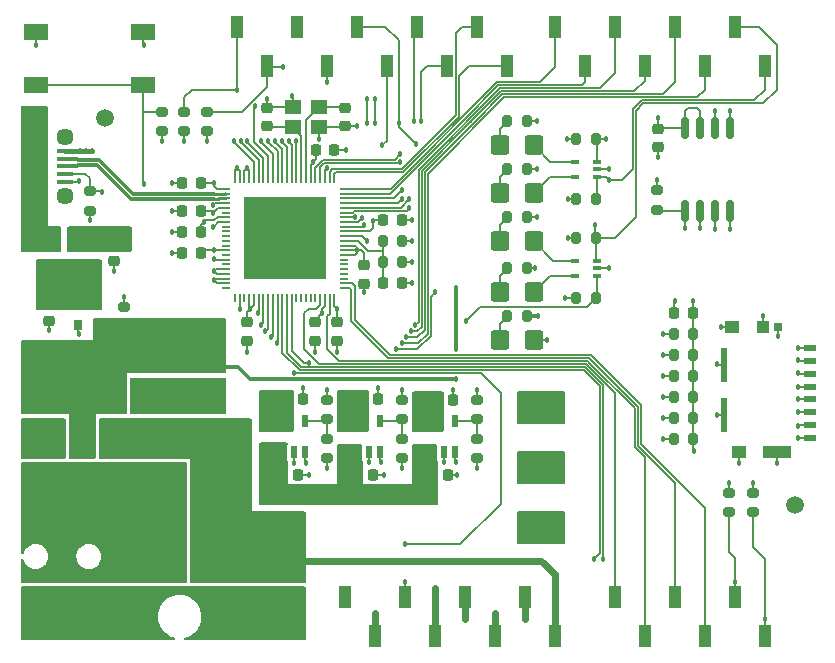
<source format=gbr>
%TF.GenerationSoftware,KiCad,Pcbnew,6.0.0*%
%TF.CreationDate,2022-01-02T09:26:29-06:00*%
%TF.ProjectId,boysenboard,626f7973-656e-4626-9f61-72642e6b6963,rev?*%
%TF.SameCoordinates,Original*%
%TF.FileFunction,Copper,L1,Top*%
%TF.FilePolarity,Positive*%
%FSLAX46Y46*%
G04 Gerber Fmt 4.6, Leading zero omitted, Abs format (unit mm)*
G04 Created by KiCad (PCBNEW 6.0.0) date 2022-01-02 09:26:29*
%MOMM*%
%LPD*%
G01*
G04 APERTURE LIST*
G04 Aperture macros list*
%AMRoundRect*
0 Rectangle with rounded corners*
0 $1 Rounding radius*
0 $2 $3 $4 $5 $6 $7 $8 $9 X,Y pos of 4 corners*
0 Add a 4 corners polygon primitive as box body*
4,1,4,$2,$3,$4,$5,$6,$7,$8,$9,$2,$3,0*
0 Add four circle primitives for the rounded corners*
1,1,$1+$1,$2,$3*
1,1,$1+$1,$4,$5*
1,1,$1+$1,$6,$7*
1,1,$1+$1,$8,$9*
0 Add four rect primitives between the rounded corners*
20,1,$1+$1,$2,$3,$4,$5,0*
20,1,$1+$1,$4,$5,$6,$7,0*
20,1,$1+$1,$6,$7,$8,$9,0*
20,1,$1+$1,$8,$9,$2,$3,0*%
G04 Aperture macros list end*
%TA.AperFunction,SMDPad,CuDef*%
%ADD10RoundRect,0.225000X-0.250000X0.225000X-0.250000X-0.225000X0.250000X-0.225000X0.250000X0.225000X0*%
%TD*%
%TA.AperFunction,SMDPad,CuDef*%
%ADD11RoundRect,0.250000X0.425000X-0.450000X0.425000X0.450000X-0.425000X0.450000X-0.425000X-0.450000X0*%
%TD*%
%TA.AperFunction,SMDPad,CuDef*%
%ADD12RoundRect,0.225000X0.250000X-0.225000X0.250000X0.225000X-0.250000X0.225000X-0.250000X-0.225000X0*%
%TD*%
%TA.AperFunction,SMDPad,CuDef*%
%ADD13RoundRect,0.225000X-0.225000X-0.250000X0.225000X-0.250000X0.225000X0.250000X-0.225000X0.250000X0*%
%TD*%
%TA.AperFunction,SMDPad,CuDef*%
%ADD14RoundRect,0.225000X0.225000X0.250000X-0.225000X0.250000X-0.225000X-0.250000X0.225000X-0.250000X0*%
%TD*%
%TA.AperFunction,SMDPad,CuDef*%
%ADD15R,1.100000X1.100000*%
%TD*%
%TA.AperFunction,SMDPad,CuDef*%
%ADD16RoundRect,0.250000X0.575000X-0.550000X0.575000X0.550000X-0.575000X0.550000X-0.575000X-0.550000X0*%
%TD*%
%TA.AperFunction,SMDPad,CuDef*%
%ADD17C,1.500000*%
%TD*%
%TA.AperFunction,SMDPad,CuDef*%
%ADD18R,1.000000X1.900000*%
%TD*%
%TA.AperFunction,SMDPad,CuDef*%
%ADD19R,0.800000X0.900000*%
%TD*%
%TA.AperFunction,SMDPad,CuDef*%
%ADD20RoundRect,0.200000X0.200000X0.275000X-0.200000X0.275000X-0.200000X-0.275000X0.200000X-0.275000X0*%
%TD*%
%TA.AperFunction,SMDPad,CuDef*%
%ADD21RoundRect,0.200000X-0.275000X0.200000X-0.275000X-0.200000X0.275000X-0.200000X0.275000X0.200000X0*%
%TD*%
%TA.AperFunction,SMDPad,CuDef*%
%ADD22RoundRect,0.200000X0.275000X-0.200000X0.275000X0.200000X-0.275000X0.200000X-0.275000X-0.200000X0*%
%TD*%
%TA.AperFunction,SMDPad,CuDef*%
%ADD23RoundRect,0.200000X-0.200000X-0.275000X0.200000X-0.275000X0.200000X0.275000X-0.200000X0.275000X0*%
%TD*%
%TA.AperFunction,SMDPad,CuDef*%
%ADD24R,2.100000X1.400000*%
%TD*%
%TA.AperFunction,SMDPad,CuDef*%
%ADD25R,1.500000X2.000000*%
%TD*%
%TA.AperFunction,SMDPad,CuDef*%
%ADD26R,3.800000X2.000000*%
%TD*%
%TA.AperFunction,SMDPad,CuDef*%
%ADD27R,0.600000X1.050000*%
%TD*%
%TA.AperFunction,SMDPad,CuDef*%
%ADD28R,1.400000X1.200000*%
%TD*%
%TA.AperFunction,SMDPad,CuDef*%
%ADD29R,2.000000X2.000000*%
%TD*%
%TA.AperFunction,SMDPad,CuDef*%
%ADD30R,1.350000X0.400000*%
%TD*%
%TA.AperFunction,ComponentPad*%
%ADD31C,1.450000*%
%TD*%
%TA.AperFunction,ComponentPad*%
%ADD32O,1.900000X1.200000*%
%TD*%
%TA.AperFunction,SMDPad,CuDef*%
%ADD33R,1.900000X1.500000*%
%TD*%
%TA.AperFunction,SMDPad,CuDef*%
%ADD34R,1.900000X1.200000*%
%TD*%
%TA.AperFunction,SMDPad,CuDef*%
%ADD35RoundRect,0.250000X0.550000X0.575000X-0.550000X0.575000X-0.550000X-0.575000X0.550000X-0.575000X0*%
%TD*%
%TA.AperFunction,SMDPad,CuDef*%
%ADD36R,0.650000X0.400000*%
%TD*%
%TA.AperFunction,SMDPad,CuDef*%
%ADD37R,1.000000X0.500000*%
%TD*%
%TA.AperFunction,SMDPad,CuDef*%
%ADD38R,0.780000X0.720000*%
%TD*%
%TA.AperFunction,SMDPad,CuDef*%
%ADD39R,1.080000X1.050000*%
%TD*%
%TA.AperFunction,SMDPad,CuDef*%
%ADD40R,1.200000X1.050000*%
%TD*%
%TA.AperFunction,SMDPad,CuDef*%
%ADD41R,2.390000X1.050000*%
%TD*%
%TA.AperFunction,SMDPad,CuDef*%
%ADD42R,0.550000X2.910000*%
%TD*%
%TA.AperFunction,SMDPad,CuDef*%
%ADD43RoundRect,0.150000X0.150000X-0.800000X0.150000X0.800000X-0.150000X0.800000X-0.150000X-0.800000X0*%
%TD*%
%TA.AperFunction,SMDPad,CuDef*%
%ADD44RoundRect,0.250000X-0.550000X1.500000X-0.550000X-1.500000X0.550000X-1.500000X0.550000X1.500000X0*%
%TD*%
%TA.AperFunction,SMDPad,CuDef*%
%ADD45R,3.300000X1.600000*%
%TD*%
%TA.AperFunction,SMDPad,CuDef*%
%ADD46RoundRect,0.250000X-0.425000X0.450000X-0.425000X-0.450000X0.425000X-0.450000X0.425000X0.450000X0*%
%TD*%
%TA.AperFunction,SMDPad,CuDef*%
%ADD47R,0.250000X0.800000*%
%TD*%
%TA.AperFunction,SMDPad,CuDef*%
%ADD48R,0.800000X0.250000*%
%TD*%
%TA.AperFunction,SMDPad,CuDef*%
%ADD49R,7.000000X7.000000*%
%TD*%
%TA.AperFunction,ViaPad*%
%ADD50C,0.457200*%
%TD*%
%TA.AperFunction,Conductor*%
%ADD51C,0.203200*%
%TD*%
%TA.AperFunction,Conductor*%
%ADD52C,0.609600*%
%TD*%
%TA.AperFunction,Conductor*%
%ADD53C,0.406400*%
%TD*%
%TA.AperFunction,Conductor*%
%ADD54C,0.127000*%
%TD*%
%TA.AperFunction,Conductor*%
%ADD55C,0.304800*%
%TD*%
%TA.AperFunction,Conductor*%
%ADD56C,0.241300*%
%TD*%
%TA.AperFunction,Conductor*%
%ADD57C,0.200000*%
%TD*%
G04 APERTURE END LIST*
D10*
%TO.P,C1,1*%
%TO.N,/USB_VBUS*%
X97282000Y-54724000D03*
%TO.P,C1,2*%
%TO.N,GND*%
X97282000Y-56274000D03*
%TD*%
%TO.P,C2,1*%
%TO.N,/USBVCC*%
X91821000Y-59804000D03*
%TO.P,C2,2*%
%TO.N,GND*%
X91821000Y-61354000D03*
%TD*%
D11*
%TO.P,C3,1*%
%TO.N,/USBVCC*%
X91694000Y-57230000D03*
%TO.P,C3,2*%
%TO.N,GND*%
X91694000Y-54530000D03*
%TD*%
D10*
%TO.P,C4,1*%
%TO.N,/HOSCI*%
X116840000Y-43294000D03*
%TO.P,C4,2*%
%TO.N,GND*%
X116840000Y-44844000D03*
%TD*%
D12*
%TO.P,C5,1*%
%TO.N,/HOSCO*%
X110236000Y-44844000D03*
%TO.P,C5,2*%
%TO.N,GND*%
X110236000Y-43294000D03*
%TD*%
D13*
%TO.P,C8,1*%
%TO.N,+5V*%
X111366000Y-74422000D03*
%TO.P,C8,2*%
%TO.N,GND*%
X112916000Y-74422000D03*
%TD*%
%TO.P,C9,1*%
%TO.N,+1V1*%
X111747000Y-67945000D03*
%TO.P,C9,2*%
%TO.N,GND*%
X113297000Y-67945000D03*
%TD*%
%TO.P,C10,1*%
%TO.N,+5V*%
X117716000Y-74422000D03*
%TO.P,C10,2*%
%TO.N,GND*%
X119266000Y-74422000D03*
%TD*%
%TO.P,C11,1*%
%TO.N,+2V5*%
X118097000Y-67945000D03*
%TO.P,C11,2*%
%TO.N,GND*%
X119647000Y-67945000D03*
%TD*%
D14*
%TO.P,C13,1*%
%TO.N,+2V5*%
X104661000Y-55626000D03*
%TO.P,C13,2*%
%TO.N,GND*%
X103111000Y-55626000D03*
%TD*%
D10*
%TO.P,C14,1*%
%TO.N,+3V3*%
X108585000Y-61455000D03*
%TO.P,C14,2*%
%TO.N,GND*%
X108585000Y-63005000D03*
%TD*%
D14*
%TO.P,C15,1*%
%TO.N,+3V3*%
X104661000Y-49657000D03*
%TO.P,C15,2*%
%TO.N,GND*%
X103111000Y-49657000D03*
%TD*%
D13*
%TO.P,C16,1*%
%TO.N,+5V*%
X124066000Y-74422000D03*
%TO.P,C16,2*%
%TO.N,GND*%
X125616000Y-74422000D03*
%TD*%
%TO.P,C17,1*%
%TO.N,+3V3*%
X124447000Y-68072000D03*
%TO.P,C17,2*%
%TO.N,GND*%
X125997000Y-68072000D03*
%TD*%
%TO.P,C19,1*%
%TO.N,Net-(C19-Pad1)*%
X120129000Y-58166000D03*
%TO.P,C19,2*%
%TO.N,GND*%
X121679000Y-58166000D03*
%TD*%
D10*
%TO.P,C20,1*%
%TO.N,+1V1*%
X116205000Y-61455000D03*
%TO.P,C20,2*%
%TO.N,GND*%
X116205000Y-63005000D03*
%TD*%
D13*
%TO.P,C22,1*%
%TO.N,+1V1*%
X120129000Y-52832000D03*
%TO.P,C22,2*%
%TO.N,GND*%
X121679000Y-52832000D03*
%TD*%
D14*
%TO.P,C23,1*%
%TO.N,+3V3*%
X146317000Y-60706000D03*
%TO.P,C23,2*%
%TO.N,GND*%
X144767000Y-60706000D03*
%TD*%
D10*
%TO.P,C25,1*%
%TO.N,+3V3*%
X114300000Y-61455000D03*
%TO.P,C25,2*%
%TO.N,GND*%
X114300000Y-63005000D03*
%TD*%
D14*
%TO.P,C26,1*%
%TO.N,+3V3*%
X104661000Y-53848000D03*
%TO.P,C26,2*%
%TO.N,GND*%
X103111000Y-53848000D03*
%TD*%
D15*
%TO.P,D1,1,K*%
%TO.N,/VIN*%
X102362000Y-71752000D03*
%TO.P,D1,2,A*%
%TO.N,Net-(D1-Pad2)*%
X102362000Y-74552000D03*
%TD*%
D16*
%TO.P,F1,1*%
%TO.N,/USBVCC*%
X94615000Y-57277000D03*
%TO.P,F1,2*%
%TO.N,/USB_VBUS*%
X94615000Y-54427000D03*
%TD*%
D17*
%TO.P,FID2,*%
%TO.N,*%
X154940000Y-76962000D03*
%TD*%
D18*
%TO.P,J7,1,Pin_1*%
%TO.N,/PD13_UART2_TX*%
X139700000Y-84710000D03*
%TO.P,J7,2,Pin_2*%
%TO.N,/PD14_UART2_RX*%
X142240000Y-88010000D03*
%TO.P,J7,3,Pin_3*%
%TO.N,/PD15_UART2_RTS*%
X144780000Y-84710000D03*
%TO.P,J7,4,Pin_4*%
%TO.N,/PD16_UART2_CTS*%
X147320000Y-88010000D03*
%TO.P,J7,5,Pin_5*%
%TO.N,/PD6_I2C1_SDA*%
X149860000Y-84710000D03*
%TO.P,J7,6,Pin_6*%
%TO.N,/PD5_I2C1_SCL*%
X152400000Y-88010000D03*
%TD*%
D19*
%TO.P,Q1,1,G*%
%TO.N,GND*%
X94300000Y-61706000D03*
%TO.P,Q1,2,S*%
%TO.N,+5V*%
X96200000Y-61706000D03*
%TO.P,Q1,3,D*%
%TO.N,/USBVCC*%
X95250000Y-59706000D03*
%TD*%
D20*
%TO.P,R1,1*%
%TO.N,+5V*%
X132270000Y-60960000D03*
%TO.P,R1,2*%
%TO.N,Net-(D2-Pad2)*%
X130620000Y-60960000D03*
%TD*%
%TO.P,R2,1*%
%TO.N,+3V3*%
X132270000Y-52578000D03*
%TO.P,R2,2*%
%TO.N,Net-(D3-Pad2)*%
X130620000Y-52578000D03*
%TD*%
%TO.P,R3,1*%
%TO.N,+3V3*%
X132270000Y-56896000D03*
%TO.P,R3,2*%
%TO.N,Net-(D4-Pad2)*%
X130620000Y-56896000D03*
%TD*%
%TO.P,R4,1*%
%TO.N,+3V3*%
X132270000Y-44450000D03*
%TO.P,R4,2*%
%TO.N,Net-(D5-Pad2)*%
X130620000Y-44450000D03*
%TD*%
D21*
%TO.P,R6,1*%
%TO.N,/USB_ID*%
X95250000Y-50356000D03*
%TO.P,R6,2*%
%TO.N,GND*%
X95250000Y-52006000D03*
%TD*%
D22*
%TO.P,R7,1*%
%TO.N,+5V*%
X98171000Y-61785000D03*
%TO.P,R7,2*%
%TO.N,GND*%
X98171000Y-60135000D03*
%TD*%
D20*
%TO.P,R8,1*%
%TO.N,+3V3*%
X132270000Y-48514000D03*
%TO.P,R8,2*%
%TO.N,Net-(D6-Pad2)*%
X130620000Y-48514000D03*
%TD*%
D21*
%TO.P,R9,1*%
%TO.N,+1V1*%
X115316000Y-68009000D03*
%TO.P,R9,2*%
%TO.N,Net-(R11-Pad1)*%
X115316000Y-69659000D03*
%TD*%
%TO.P,R11,1*%
%TO.N,Net-(R11-Pad1)*%
X115316000Y-71311000D03*
%TO.P,R11,2*%
%TO.N,GND*%
X115316000Y-72961000D03*
%TD*%
%TO.P,R13,1*%
%TO.N,Net-(R12-Pad2)*%
X121666000Y-71311000D03*
%TO.P,R13,2*%
%TO.N,GND*%
X121666000Y-72961000D03*
%TD*%
%TO.P,R15,1*%
%TO.N,+3V3*%
X128016000Y-68009000D03*
%TO.P,R15,2*%
%TO.N,Net-(R15-Pad2)*%
X128016000Y-69659000D03*
%TD*%
D22*
%TO.P,R16,1*%
%TO.N,GND*%
X128016000Y-72961000D03*
%TO.P,R16,2*%
%TO.N,Net-(R15-Pad2)*%
X128016000Y-71311000D03*
%TD*%
D20*
%TO.P,R17,1*%
%TO.N,+2V5*%
X121729000Y-56388000D03*
%TO.P,R17,2*%
%TO.N,Net-(C19-Pad1)*%
X120079000Y-56388000D03*
%TD*%
D23*
%TO.P,R18,1*%
%TO.N,Net-(C19-Pad1)*%
X120079000Y-54610000D03*
%TO.P,R18,2*%
%TO.N,GND*%
X121729000Y-54610000D03*
%TD*%
D20*
%TO.P,R19,1*%
%TO.N,+3V3*%
X146367000Y-71374000D03*
%TO.P,R19,2*%
%TO.N,/SDC0_D1*%
X144717000Y-71374000D03*
%TD*%
%TO.P,R20,1*%
%TO.N,+3V3*%
X146367000Y-69596000D03*
%TO.P,R20,2*%
%TO.N,/SDC0_D0*%
X144717000Y-69596000D03*
%TD*%
%TO.P,R21,1*%
%TO.N,+3V3*%
X146367000Y-67818000D03*
%TO.P,R21,2*%
%TO.N,/SDC0_CDM*%
X144717000Y-67818000D03*
%TD*%
%TO.P,R22,1*%
%TO.N,+3V3*%
X146367000Y-66040000D03*
%TO.P,R22,2*%
%TO.N,/SDC0_D3*%
X144717000Y-66040000D03*
%TD*%
%TO.P,R23,1*%
%TO.N,+3V3*%
X146367000Y-64262000D03*
%TO.P,R23,2*%
%TO.N,/SDC0_D2*%
X144717000Y-64262000D03*
%TD*%
%TO.P,R24,1*%
%TO.N,+3V3*%
X146367000Y-62484000D03*
%TO.P,R24,2*%
%TO.N,/SDC0_CD*%
X144717000Y-62484000D03*
%TD*%
D24*
%TO.P,SW1,1,1*%
%TO.N,/~{RESET}*%
X90700000Y-41366000D03*
X99800000Y-41366000D03*
%TO.P,SW1,2,2*%
%TO.N,GND*%
X90700000Y-36866000D03*
X99800000Y-36866000D03*
%TD*%
D25*
%TO.P,U2,1,GND*%
%TO.N,GND*%
X92315000Y-70714000D03*
%TO.P,U2,2,VO*%
%TO.N,+5V*%
X94615000Y-70714000D03*
D26*
X94615000Y-64414000D03*
D25*
%TO.P,U2,3,VI*%
%TO.N,/VIN*%
X96915000Y-70714000D03*
%TD*%
D27*
%TO.P,U3,1,IN*%
%TO.N,+5V*%
X111572000Y-72470000D03*
%TO.P,U3,2,GND*%
%TO.N,GND*%
X112522000Y-72470000D03*
%TO.P,U3,3,EN*%
%TO.N,+5V*%
X113472000Y-72470000D03*
%TO.P,U3,4,ADJ*%
%TO.N,Net-(R11-Pad1)*%
X113472000Y-69770000D03*
%TO.P,U3,5,OUT*%
%TO.N,+1V1*%
X111572000Y-69770000D03*
%TD*%
%TO.P,U4,1,IN*%
%TO.N,+5V*%
X117922000Y-72470000D03*
%TO.P,U4,2,GND*%
%TO.N,GND*%
X118872000Y-72470000D03*
%TO.P,U4,3,EN*%
%TO.N,+5V*%
X119822000Y-72470000D03*
%TO.P,U4,4,ADJ*%
%TO.N,Net-(R12-Pad2)*%
X119822000Y-69770000D03*
%TO.P,U4,5,OUT*%
%TO.N,+2V5*%
X117922000Y-69770000D03*
%TD*%
%TO.P,U5,1,IN*%
%TO.N,+5V*%
X124272000Y-72470000D03*
%TO.P,U5,2,GND*%
%TO.N,GND*%
X125222000Y-72470000D03*
%TO.P,U5,3,EN*%
%TO.N,+5V*%
X126172000Y-72470000D03*
%TO.P,U5,4,ADJ*%
%TO.N,Net-(R15-Pad2)*%
X126172000Y-69770000D03*
%TO.P,U5,5,OUT*%
%TO.N,+3V3*%
X124272000Y-69770000D03*
%TD*%
D28*
%TO.P,Y1,1,1*%
%TO.N,/HOSCO*%
X112438000Y-44919000D03*
%TO.P,Y1,2,2*%
%TO.N,GND*%
X114638000Y-44919000D03*
%TO.P,Y1,3,3*%
%TO.N,/HOSCI*%
X114638000Y-43219000D03*
%TO.P,Y1,4,4*%
%TO.N,GND*%
X112438000Y-43219000D03*
%TD*%
D29*
%TO.P,J2,1*%
%TO.N,Net-(D1-Pad2)*%
X96878000Y-75780000D03*
X90678000Y-75780000D03*
%TO.P,J2,2*%
%TO.N,GND*%
X90678000Y-86780000D03*
%TO.P,J2,3*%
X96878000Y-86780000D03*
%TD*%
D30*
%TO.P,J1,1,VBUS*%
%TO.N,/USB_VBUS*%
X93156500Y-46960000D03*
%TO.P,J1,2,D-*%
%TO.N,/USB_D_N*%
X93156500Y-47610000D03*
%TO.P,J1,3,D+*%
%TO.N,/USB_D_P*%
X93156500Y-48260000D03*
%TO.P,J1,4,ID*%
%TO.N,/USB_ID*%
X93156500Y-48910000D03*
%TO.P,J1,5,GND*%
%TO.N,GND*%
X93156500Y-49560000D03*
D31*
%TO.P,J1,6,Shield*%
X93156500Y-50760000D03*
D32*
X90456500Y-51760000D03*
D33*
X90456500Y-47260000D03*
D34*
X90456500Y-45360000D03*
X90456500Y-51160000D03*
D31*
X93156500Y-45760000D03*
D33*
X90456500Y-49260000D03*
D32*
X90456500Y-44760000D03*
%TD*%
D35*
%TO.P,D3,1,K*%
%TO.N,Net-(D3-Pad1)*%
X132870000Y-54610000D03*
%TO.P,D3,2,A*%
%TO.N,Net-(D3-Pad2)*%
X130020000Y-54610000D03*
%TD*%
%TO.P,D4,1,K*%
%TO.N,Net-(D4-Pad1)*%
X132870000Y-58928000D03*
%TO.P,D4,2,A*%
%TO.N,Net-(D4-Pad2)*%
X130020000Y-58928000D03*
%TD*%
%TO.P,D5,1,K*%
%TO.N,Net-(D5-Pad1)*%
X132870000Y-46482000D03*
%TO.P,D5,2,A*%
%TO.N,Net-(D5-Pad2)*%
X130020000Y-46482000D03*
%TD*%
D20*
%TO.P,R10,1*%
%TO.N,/PE1_UART0_TX*%
X138112000Y-54356000D03*
%TO.P,R10,2*%
%TO.N,GND*%
X136462000Y-54356000D03*
%TD*%
%TO.P,R25,1*%
%TO.N,/LED_STATUS*%
X138112000Y-59436000D03*
%TO.P,R25,2*%
%TO.N,GND*%
X136462000Y-59436000D03*
%TD*%
%TO.P,R26,1*%
%TO.N,/PE9_SPI1_CLK*%
X138112000Y-45974000D03*
%TO.P,R26,2*%
%TO.N,GND*%
X136462000Y-45974000D03*
%TD*%
%TO.P,R27,1*%
%TO.N,/PE0_UART0_RX*%
X138112000Y-51054000D03*
%TO.P,R27,2*%
%TO.N,GND*%
X136462000Y-51054000D03*
%TD*%
D36*
%TO.P,U7,1,G1*%
%TO.N,/PE0_UART0_RX*%
X138237000Y-49164000D03*
%TO.P,U7,2,S*%
%TO.N,GND*%
X138237000Y-48514000D03*
%TO.P,U7,3,G2*%
%TO.N,/PE9_SPI1_CLK*%
X138237000Y-47864000D03*
%TO.P,U7,4,D2*%
%TO.N,Net-(D5-Pad1)*%
X136337000Y-47864000D03*
%TO.P,U7,5,D1*%
%TO.N,Net-(D6-Pad1)*%
X136337000Y-49164000D03*
%TD*%
%TO.P,U8,1,G1*%
%TO.N,/LED_STATUS*%
X138237000Y-57546000D03*
%TO.P,U8,2,S*%
%TO.N,GND*%
X138237000Y-56896000D03*
%TO.P,U8,3,G2*%
%TO.N,/PE1_UART0_TX*%
X138237000Y-56246000D03*
%TO.P,U8,4,D2*%
%TO.N,Net-(D3-Pad1)*%
X136337000Y-56246000D03*
%TO.P,U8,5,D1*%
%TO.N,Net-(D4-Pad1)*%
X136337000Y-57546000D03*
%TD*%
D37*
%TO.P,J5,1,DAT2*%
%TO.N,/SDC0_D2*%
X156210000Y-63587000D03*
%TO.P,J5,2,DAT3/CD*%
%TO.N,/SDC0_D3*%
X156210000Y-64687000D03*
%TO.P,J5,3,CMD*%
%TO.N,/SDC0_CDM*%
X156210000Y-65787000D03*
%TO.P,J5,4,VDD*%
%TO.N,+3V3*%
X156210000Y-66887000D03*
%TO.P,J5,5,CLK*%
%TO.N,/SDC0_CLK*%
X156210000Y-67987000D03*
%TO.P,J5,6,VSS*%
%TO.N,GND*%
X156210000Y-69087000D03*
%TO.P,J5,7,DAT0*%
%TO.N,/SDC0_D0*%
X156210000Y-70187000D03*
%TO.P,J5,8,DAT1*%
%TO.N,/SDC0_D1*%
X156210000Y-71287000D03*
D38*
%TO.P,J5,9,DET*%
%TO.N,/SDC0_CD*%
X153530000Y-61827000D03*
D39*
%TO.P,J5,10,SHIELD*%
%TO.N,GND*%
X152260000Y-61827000D03*
D40*
%TO.P,J5,11,SHIELD*%
X149650000Y-61827000D03*
D41*
%TO.P,J5,12,SHIELD*%
X153405000Y-72462000D03*
D40*
%TO.P,J5,13,SHIELD*%
X150220000Y-72462000D03*
D42*
%TO.P,J5,14,SHIELD*%
X148975000Y-69282000D03*
%TO.P,J5,15,SHIELD*%
X148975000Y-65092000D03*
%TD*%
D43*
%TO.P,U6,1,~{CS}*%
%TO.N,/FLASH_SPI0_CS*%
X145669000Y-52014000D03*
%TO.P,U6,2,DO/IO1*%
%TO.N,/FLASH_SPI0_MISO*%
X146939000Y-52014000D03*
%TO.P,U6,3,~{WP}/IO2*%
%TO.N,+3V3*%
X148209000Y-52014000D03*
%TO.P,U6,4,GND*%
%TO.N,GND*%
X149479000Y-52014000D03*
%TO.P,U6,5,DI/IO0*%
%TO.N,/FLASH_SPI0_MOSI*%
X149479000Y-45014000D03*
%TO.P,U6,6,CLK*%
%TO.N,/FLASH_SPI0_CLK*%
X148209000Y-45014000D03*
%TO.P,U6,7,~{HOLD}/IO3*%
%TO.N,+3V3*%
X146939000Y-45014000D03*
%TO.P,U6,8,VCC*%
X145669000Y-45014000D03*
%TD*%
D18*
%TO.P,J3,1,Pin_1*%
%TO.N,/I2C0_SCL*%
X107696000Y-36450000D03*
%TO.P,J3,2,Pin_2*%
%TO.N,/I2C0_SDA*%
X110236000Y-39750000D03*
%TO.P,J3,3,Pin_3*%
%TO.N,unconnected-(J3-Pad3)*%
X112776000Y-36450000D03*
%TO.P,J3,4,Pin_4*%
%TO.N,GND*%
X115316000Y-39750000D03*
%TO.P,J3,5,Pin_5*%
%TO.N,/PE9_SPI1_CLK*%
X117856000Y-36450000D03*
%TO.P,J3,6,Pin_6*%
%TO.N,/PE10_SP1_MISO*%
X120396000Y-39750000D03*
%TO.P,J3,7,Pin_7*%
%TO.N,/PE8_SPI1_MOSI*%
X122936000Y-36450000D03*
%TO.P,J3,8,Pin_8*%
%TO.N,/PE7_SPI1_CS*%
X125476000Y-39750000D03*
%TO.P,J3,9,Pin_9*%
%TO.N,/PE3*%
X128016000Y-36450000D03*
%TO.P,J3,10,Pin_10*%
%TO.N,/PE4*%
X130556000Y-39750000D03*
%TD*%
D10*
%TO.P,C18,1*%
%TO.N,+3V3*%
X143383000Y-45072000D03*
%TO.P,C18,2*%
%TO.N,GND*%
X143383000Y-46622000D03*
%TD*%
D21*
%TO.P,R14,1*%
%TO.N,+3V3*%
X143256000Y-50291992D03*
%TO.P,R14,2*%
%TO.N,/FLASH_SPI0_CS*%
X143256000Y-51941992D03*
%TD*%
D18*
%TO.P,J6,1,Pin_1*%
%TO.N,/PE5*%
X134620000Y-36450000D03*
%TO.P,J6,2,Pin_2*%
%TO.N,/PE6_PWM1*%
X137160000Y-39750000D03*
%TO.P,J6,3,Pin_3*%
%TO.N,/PD1_UART1_RTS*%
X139700000Y-36450000D03*
%TO.P,J6,4,Pin_4*%
%TO.N,/PD2_UART1_CTS*%
X142240000Y-39750000D03*
%TO.P,J6,5,Pin_5*%
%TO.N,/PD3_UART1_RX*%
X144780000Y-36450000D03*
%TO.P,J6,6,Pin_6*%
%TO.N,/PD4_UART1_TX*%
X147320000Y-39750000D03*
%TO.P,J6,7,Pin_7*%
%TO.N,/PE1_UART0_TX*%
X149860000Y-36450000D03*
%TO.P,J6,8,Pin_8*%
%TO.N,/PE0_UART0_RX*%
X152400000Y-39750000D03*
%TD*%
D17*
%TO.P,FID1,*%
%TO.N,*%
X96520000Y-44196000D03*
%TD*%
D44*
%TO.P,C6,1*%
%TO.N,/VIN*%
X109982000Y-80866000D03*
%TO.P,C6,2*%
%TO.N,GND*%
X109982000Y-86266000D03*
%TD*%
D10*
%TO.P,C12,1*%
%TO.N,+2V5*%
X118491000Y-56629000D03*
%TO.P,C12,2*%
%TO.N,GND*%
X118491000Y-58179000D03*
%TD*%
D22*
%TO.P,R5,1*%
%TO.N,+3V3*%
X101346000Y-45275000D03*
%TO.P,R5,2*%
%TO.N,/~{RESET}*%
X101346000Y-43625000D03*
%TD*%
D45*
%TO.P,TP1,1,1*%
%TO.N,+5V*%
X104775000Y-63246000D03*
%TD*%
%TO.P,TP2,1,1*%
%TO.N,GND*%
X104775000Y-67818000D03*
%TD*%
%TO.P,TP3,1,1*%
%TO.N,+1V1*%
X133477000Y-79121000D03*
%TD*%
%TO.P,TP4,1,1*%
%TO.N,+2V5*%
X133477000Y-74041000D03*
%TD*%
%TO.P,TP5,1,1*%
%TO.N,+3V3*%
X133477000Y-68961000D03*
%TD*%
D18*
%TO.P,J4,1,Pin_1*%
%TO.N,unconnected-(J4-Pad1)*%
X116840000Y-84710000D03*
%TO.P,J4,2,Pin_2*%
%TO.N,+3V3*%
X119380000Y-88010000D03*
%TO.P,J4,3,Pin_3*%
%TO.N,/~{RESET}*%
X121920000Y-84710000D03*
%TO.P,J4,4,Pin_4*%
%TO.N,+5V*%
X124460000Y-88010000D03*
%TO.P,J4,5,Pin_5*%
%TO.N,+3V3*%
X127000000Y-84710000D03*
%TO.P,J4,6,Pin_6*%
%TO.N,GND*%
X129540000Y-88010000D03*
%TO.P,J4,7,Pin_7*%
X132080000Y-84710000D03*
%TO.P,J4,8,Pin_8*%
%TO.N,/VIN*%
X134620000Y-88010000D03*
%TD*%
D14*
%TO.P,C21,1*%
%TO.N,+1V1*%
X104661000Y-52070000D03*
%TO.P,C21,2*%
%TO.N,GND*%
X103111000Y-52070000D03*
%TD*%
D13*
%TO.P,C24,1*%
%TO.N,+3V3*%
X114414000Y-46863000D03*
%TO.P,C24,2*%
%TO.N,GND*%
X115964000Y-46863000D03*
%TD*%
D35*
%TO.P,D6,1,K*%
%TO.N,Net-(D6-Pad1)*%
X132870000Y-50546000D03*
%TO.P,D6,2,A*%
%TO.N,Net-(D6-Pad2)*%
X130020000Y-50546000D03*
%TD*%
D21*
%TO.P,R12,1*%
%TO.N,+2V5*%
X121666000Y-68009000D03*
%TO.P,R12,2*%
%TO.N,Net-(R12-Pad2)*%
X121666000Y-69659000D03*
%TD*%
D46*
%TO.P,C7,1*%
%TO.N,+5V*%
X99695000Y-64436000D03*
%TO.P,C7,2*%
%TO.N,GND*%
X99695000Y-67136000D03*
%TD*%
D35*
%TO.P,D2,1,K*%
%TO.N,GND*%
X132870000Y-62992000D03*
%TO.P,D2,2,A*%
%TO.N,Net-(D2-Pad2)*%
X130020000Y-62992000D03*
%TD*%
D47*
%TO.P,U1,1,HPL*%
%TO.N,unconnected-(U1-Pad1)*%
X107560000Y-59356000D03*
%TO.P,U1,2,HPCOMFB*%
%TO.N,GND*%
X107960000Y-59356000D03*
%TO.P,U1,3,HPCOM*%
%TO.N,unconnected-(U1-Pad3)*%
X108360000Y-59356000D03*
%TO.P,U1,4,HPVCC*%
%TO.N,+3V3*%
X108760000Y-59356000D03*
%TO.P,U1,5,VCC_IO*%
X109160000Y-59356000D03*
%TO.P,U1,6,PD0/LCD_D2/TWI0_SDA/RSB_SDA_EINTD0*%
%TO.N,/SDC0_CD*%
X109560000Y-59356000D03*
%TO.P,U1,7,PD1/LCD_D3/UART1_RTS/EINTD1*%
%TO.N,/PD1_UART1_RTS*%
X109960000Y-59356000D03*
%TO.P,U1,8,PD2/LCD_D4/UART1_CTS/EINTD2*%
%TO.N,/PD2_UART1_CTS*%
X110360000Y-59356000D03*
%TO.P,U1,9,PD3/LCD_D5/UART1_RX/EINTD3*%
%TO.N,/PD3_UART1_RX*%
X110760000Y-59356000D03*
%TO.P,U1,10,PD4/LCD_D6/UART1_TX/EINTD4*%
%TO.N,/PD4_UART1_TX*%
X111160000Y-59356000D03*
%TO.P,U1,11,PD5/LCD_D7/TWI1_SCK/EINTD5*%
%TO.N,/PD5_I2C1_SCL*%
X111560000Y-59356000D03*
%TO.P,U1,12,PD6/LCD_D10/TWI1_SDA/EINTD6*%
%TO.N,/PD6_I2C1_SDA*%
X111960000Y-59356000D03*
%TO.P,U1,13,PD7/LCD_D11/DA_MCLK/EINTD7*%
%TO.N,/LED_STATUS*%
X112360000Y-59356000D03*
%TO.P,U1,14,PD8/LCD_D12/DA_BCLK/EINTD8*%
%TO.N,unconnected-(U1-Pad14)*%
X112760000Y-59356000D03*
%TO.P,U1,15,PD9/LCD_D13/DA_LRCK/EINTD9*%
%TO.N,unconnected-(U1-Pad15)*%
X113160000Y-59356000D03*
%TO.P,U1,16,PD10/LCD_D14/DA_IN/EINTD10*%
%TO.N,unconnected-(U1-Pad16)*%
X113560000Y-59356000D03*
%TO.P,U1,17,PD11/LCD_D15/DA_OUT/EINTD11*%
%TO.N,unconnected-(U1-Pad17)*%
X113960000Y-59356000D03*
%TO.P,U1,18,PD12/LCD_D18/TWI0_SCK/RSB_SCK/EINTD12*%
%TO.N,unconnected-(U1-Pad18)*%
X114360000Y-59356000D03*
%TO.P,U1,19,PD13/LCD_D19/UART2_TX/EINTD13*%
%TO.N,/PD13_UART2_TX*%
X114760000Y-59356000D03*
%TO.P,U1,20,VCC_IO*%
%TO.N,+3V3*%
X115160000Y-59356000D03*
%TO.P,U1,21,PD14/LCD_D20/UART2_RX/EINTD14*%
%TO.N,/PD14_UART2_RX*%
X115560000Y-59356000D03*
%TO.P,U1,22,VDD_CORE*%
%TO.N,+1V1*%
X115960000Y-59356000D03*
D48*
%TO.P,U1,23,PD15/LCD_D21/UART2_RTS/TWI2_SCK/EINTD15*%
%TO.N,/PD15_UART2_RTS*%
X116760000Y-58556000D03*
%TO.P,U1,24,PD16/LCD_D22/UART2_CTS/TWI2_SDA/EINTD16*%
%TO.N,/PD16_UART2_CTS*%
X116760000Y-58156000D03*
%TO.P,U1,25,PD17/LCD_D23/OWA_OUT/EINTD17*%
%TO.N,unconnected-(U1-Pad25)*%
X116760000Y-57756000D03*
%TO.P,U1,26,PD18/LCD_CLK/SPI0_CS/EINTD18*%
%TO.N,unconnected-(U1-Pad26)*%
X116760000Y-57356000D03*
%TO.P,U1,27,PD19/LCD_DE/SPI0_MOSI/EINTD19*%
%TO.N,unconnected-(U1-Pad27)*%
X116760000Y-56956000D03*
%TO.P,U1,28,PD20/LCD_HSYNC/SPI0_CLK/EINTD20*%
%TO.N,unconnected-(U1-Pad28)*%
X116760000Y-56556000D03*
%TO.P,U1,29,PD21/LCD_VSYNC/SPI0_MISO/EINTD21*%
%TO.N,unconnected-(U1-Pad29)*%
X116760000Y-56156000D03*
%TO.P,U1,30,VCC_DRAM*%
%TO.N,+2V5*%
X116760000Y-55756000D03*
%TO.P,U1,31,VCC_DRAM*%
X116760000Y-55356000D03*
%TO.P,U1,32,VCC_DRAM*%
X116760000Y-54956000D03*
%TO.P,U1,33,SVREF*%
%TO.N,Net-(C19-Pad1)*%
X116760000Y-54556000D03*
%TO.P,U1,34,VCC_DRAM*%
%TO.N,+2V5*%
X116760000Y-54156000D03*
%TO.P,U1,35,VDD_CORE*%
%TO.N,+1V1*%
X116760000Y-53756000D03*
%TO.P,U1,36,VCC_DRAM*%
%TO.N,+2V5*%
X116760000Y-53356000D03*
%TO.P,U1,37,PE12/DA_MCLK/TWI0_SDA/PWM0/EINTE12*%
%TO.N,/I2C0_SDA*%
X116760000Y-52956000D03*
%TO.P,U1,38,PE11/CLK_OUT/TWI0_SCK/IR_RX/EINTE11*%
%TO.N,/I2C0_SCL*%
X116760000Y-52556000D03*
%TO.P,U1,39,PE10/CSI_D7/UART2_CTS/SPI1_MISO/EINTE10*%
%TO.N,/PE10_SP1_MISO*%
X116760000Y-52156000D03*
%TO.P,U1,40,PE9/CSI_D6/UART2_RTS/SPI1_CLK/EINTE9*%
%TO.N,/PE9_SPI1_CLK*%
X116760000Y-51756000D03*
%TO.P,U1,41,PE8/CSI_D5/UART2_RX/SPI1_MOSI/EINTE8*%
%TO.N,/PE8_SPI1_MOSI*%
X116760000Y-51356000D03*
%TO.P,U1,42,PE7/CSI_D4/UART2_TX/SPI1_CS/EINTE7*%
%TO.N,/PE7_SPI1_CS*%
X116760000Y-50956000D03*
%TO.P,U1,43,PE6/CSI_D3/PWM1/DA_OUT/OWA_OUT/EINTE6*%
%TO.N,/PE6_PWM1*%
X116760000Y-50556000D03*
%TO.P,U1,44,PE5/CSI_D2/LCD_D17/DA_IN/EINTE5*%
%TO.N,/PE5*%
X116760000Y-50156000D03*
D47*
%TO.P,U1,45,PE4/CSI_D1/LCD_D16/DA_LRCK/RSB_SDA/EINTE4*%
%TO.N,/PE4*%
X115960000Y-49356000D03*
%TO.P,U1,46,PE3/CSI_D0/LCD_D9/DA_BCLK/RSB_SCK/EINTE3*%
%TO.N,/PE3*%
X115560000Y-49356000D03*
%TO.P,U1,47,PE2/CSI_PCLK/LCD_D8/CLK_OUT/EINTE2*%
%TO.N,/USB_ID*%
X115160000Y-49356000D03*
%TO.P,U1,48,PE1/CSI_VSYNC/LCD_D1/TWI2_SDA/UART0_TX/EINTE1*%
%TO.N,/PE1_UART0_TX*%
X114760000Y-49356000D03*
%TO.P,U1,49,PE0/CSI_HSYNC/LCD_D0/TWI2_SCK/UART0_RX/EINTE0*%
%TO.N,/PE0_UART0_RX*%
X114360000Y-49356000D03*
%TO.P,U1,50,VCC_IO*%
%TO.N,+3V3*%
X113960000Y-49356000D03*
%TO.P,U1,51,HOSCI*%
%TO.N,/HOSCI*%
X113560000Y-49356000D03*
%TO.P,U1,52,HOSCO*%
%TO.N,/HOSCO*%
X113160000Y-49356000D03*
%TO.P,U1,53,PF5/SDC0_D2/DBG_CK/PWM1/EINTF5*%
%TO.N,/SDC0_D2*%
X112760000Y-49356000D03*
%TO.P,U1,54,PF4/SDC0_D3/UART0_TX/EINTF4*%
%TO.N,/SDC0_D3*%
X112360000Y-49356000D03*
%TO.P,U1,55,PF3/SDC0_CMD/DBG_DO/EINTF3*%
%TO.N,/SDC0_CDM*%
X111960000Y-49356000D03*
%TO.P,U1,56,PF2/SDC0_CLK/UART0_RX/EINTF2*%
%TO.N,/SDC0_CLK*%
X111560000Y-49356000D03*
%TO.P,U1,57,PF1/SDC0_D0/DBG_DI/EINTF1*%
%TO.N,/SDC0_D0*%
X111160000Y-49356000D03*
%TO.P,U1,58,PF0/SDC0_D1/DBG_MS/IR_RX/EINTF0*%
%TO.N,/SDC0_D1*%
X110760000Y-49356000D03*
%TO.P,U1,59,PC0/SPI0_CLK/SDC1_CLK*%
%TO.N,/FLASH_SPI0_CLK*%
X110360000Y-49356000D03*
%TO.P,U1,60,PC1/SPI0_CS/SDC1_CMD*%
%TO.N,/FLASH_SPI0_CS*%
X109960000Y-49356000D03*
%TO.P,U1,61,PC2/SPI0_MISO/SDC1_D0*%
%TO.N,/FLASH_SPI0_MISO*%
X109560000Y-49356000D03*
%TO.P,U1,62,PC3/SPI0_MOSI/UART0_TX*%
%TO.N,/FLASH_SPI0_MOSI*%
X109160000Y-49356000D03*
%TO.P,U1,63,PA3/TPY2/IR_RX/DA_OUT/UART1_TX/SPI1_MISO*%
%TO.N,GND*%
X108760000Y-49356000D03*
%TO.P,U1,64,PA2/TPY1/PWM0/DA_IN/ART1_RX/SPI1_CLK*%
X108360000Y-49356000D03*
%TO.P,U1,65,PA1/TPX2/DA_LRCK/UART1_CTS/SPI1_MOSI*%
X107960000Y-49356000D03*
%TO.P,U1,66,PA0/TPX1/DA_BCLK/UART1_RTS/SPI1_CS*%
X107560000Y-49356000D03*
D48*
%TO.P,U1,67,UVCC*%
%TO.N,+3V3*%
X106760000Y-50156000D03*
%TO.P,U1,68,USB-DM*%
%TO.N,/USB_D_N*%
X106760000Y-50556000D03*
%TO.P,U1,69,USB-DP*%
%TO.N,/USB_D_P*%
X106760000Y-50956000D03*
%TO.P,U1,70,~{RESET}*%
%TO.N,/~{RESET}*%
X106760000Y-51356000D03*
%TO.P,U1,71,VDD_CORE*%
%TO.N,+1V1*%
X106760000Y-51756000D03*
%TO.P,U1,72,TV_OUT*%
%TO.N,unconnected-(U1-Pad72)*%
X106760000Y-52156000D03*
%TO.P,U1,73,TV_VCC*%
%TO.N,+3V3*%
X106760000Y-52556000D03*
%TO.P,U1,74,TVGND*%
%TO.N,GND*%
X106760000Y-52956000D03*
%TO.P,U1,75,TV_VRN*%
%TO.N,unconnected-(U1-Pad75)*%
X106760000Y-53356000D03*
%TO.P,U1,76,TV_VRP*%
%TO.N,unconnected-(U1-Pad76)*%
X106760000Y-53756000D03*
%TO.P,U1,77,TVIN1*%
%TO.N,unconnected-(U1-Pad77)*%
X106760000Y-54156000D03*
%TO.P,U1,78,TVIN0*%
%TO.N,unconnected-(U1-Pad78)*%
X106760000Y-54556000D03*
%TO.P,U1,79,LRADC0*%
%TO.N,unconnected-(U1-Pad79)*%
X106760000Y-54956000D03*
%TO.P,U1,80,AVCC*%
%TO.N,+2V5*%
X106760000Y-55356000D03*
%TO.P,U1,81,VRA1*%
%TO.N,unconnected-(U1-Pad81)*%
X106760000Y-55756000D03*
%TO.P,U1,82,AGND*%
%TO.N,GND*%
X106760000Y-56156000D03*
%TO.P,U1,83,VRA2*%
%TO.N,unconnected-(U1-Pad83)*%
X106760000Y-56556000D03*
%TO.P,U1,84,FMINL*%
%TO.N,GND*%
X106760000Y-56956000D03*
%TO.P,U1,85,FMINR*%
X106760000Y-57356000D03*
%TO.P,U1,86,LINL*%
X106760000Y-57756000D03*
%TO.P,U1,87,MICIN*%
X106760000Y-58156000D03*
%TO.P,U1,88,HPR*%
%TO.N,unconnected-(U1-Pad88)*%
X106760000Y-58556000D03*
D49*
%TO.P,U1,89,EPAD*%
%TO.N,GND*%
X111760000Y-54356000D03*
%TD*%
D21*
%TO.P,R28,1*%
%TO.N,/I2C0_SDA*%
X105156000Y-43625000D03*
%TO.P,R28,2*%
%TO.N,+3V3*%
X105156000Y-45275000D03*
%TD*%
%TO.P,R29,1*%
%TO.N,/I2C0_SCL*%
X103251000Y-43625000D03*
%TO.P,R29,2*%
%TO.N,+3V3*%
X103251000Y-45275000D03*
%TD*%
D22*
%TO.P,R30,1*%
%TO.N,/PD6_I2C1_SDA*%
X149352000Y-77533000D03*
%TO.P,R30,2*%
%TO.N,+3V3*%
X149352000Y-75883000D03*
%TD*%
%TO.P,R31,1*%
%TO.N,/PD5_I2C1_SCL*%
X151384000Y-77533000D03*
%TO.P,R31,2*%
%TO.N,+3V3*%
X151384000Y-75883000D03*
%TD*%
D50*
%TO.N,GND*%
X94361000Y-49530000D03*
X135763000Y-51054000D03*
X95250000Y-52832000D03*
X106680000Y-86360000D03*
X90170000Y-69977000D03*
X105664000Y-53365406D03*
X122555000Y-52832000D03*
X107950000Y-85090000D03*
X135636000Y-45974000D03*
X113030000Y-85090000D03*
X111760000Y-51181000D03*
X113030000Y-87630000D03*
X105791000Y-56134000D03*
X139192000Y-56896000D03*
X120142000Y-74422000D03*
X90170000Y-71120000D03*
X90678000Y-37973000D03*
X139192000Y-48514000D03*
X102235000Y-53848000D03*
X111760000Y-57531000D03*
X90170000Y-72517000D03*
X149479000Y-53594000D03*
X108585000Y-57531000D03*
X135509000Y-59436000D03*
X113792000Y-74422000D03*
X121666000Y-73787000D03*
X107950000Y-87630000D03*
X111760000Y-85090000D03*
X92837000Y-72517000D03*
X113284000Y-67056000D03*
X111760000Y-54356000D03*
X119634000Y-67056000D03*
X114300000Y-64008000D03*
X152273000Y-60960000D03*
X125222000Y-73279000D03*
X132080000Y-86614000D03*
X108585000Y-64008000D03*
X122555000Y-54610000D03*
X118491000Y-58928000D03*
X135763000Y-54356000D03*
X111760000Y-86360000D03*
X105791000Y-57150000D03*
X126365000Y-74422000D03*
X107950000Y-60325000D03*
X125984000Y-67183000D03*
X94361000Y-62484000D03*
X143383000Y-47498000D03*
X148717000Y-61849000D03*
X112395000Y-42291000D03*
X102235000Y-49657000D03*
X144780000Y-59690000D03*
X118872000Y-73279000D03*
X114935000Y-57531000D03*
X114935000Y-51181000D03*
X155194000Y-69088000D03*
X117856000Y-44831000D03*
X128016000Y-73787000D03*
X122555000Y-58166000D03*
X148336000Y-69342000D03*
X108585000Y-51181000D03*
X110236000Y-42545000D03*
X148336000Y-65024000D03*
X102235000Y-52070000D03*
X112522000Y-73406000D03*
X114935000Y-54356000D03*
X114681000Y-45974000D03*
X115316000Y-41148000D03*
X107950000Y-86360000D03*
X108585000Y-54356000D03*
X108585000Y-48387000D03*
X106680000Y-87630000D03*
X129540000Y-86106000D03*
X150241000Y-73406000D03*
X133985000Y-62992000D03*
X153416000Y-73406000D03*
X99822000Y-37973000D03*
X91821000Y-62103000D03*
X132080000Y-85979000D03*
X102235000Y-55626000D03*
X106680000Y-85090000D03*
X113030000Y-86360000D03*
X97282000Y-57150000D03*
X116205000Y-64008000D03*
X99695000Y-68199000D03*
X115316000Y-73787000D03*
X98171000Y-59309000D03*
X111760000Y-87630000D03*
X91440000Y-72517000D03*
X105791000Y-57912000D03*
X116967000Y-46863000D03*
X129540000Y-86741000D03*
X107696000Y-48387000D03*
%TO.N,/USB_VBUS*%
X98425000Y-54991000D03*
X97155000Y-53594000D03*
X98425000Y-54356000D03*
X94391000Y-46960000D03*
X96520000Y-53594000D03*
X94899000Y-46960000D03*
X97790000Y-53594000D03*
X95407000Y-46960000D03*
X98425000Y-53594000D03*
%TO.N,+5V*%
X110363000Y-72390000D03*
X116586000Y-76073000D03*
X110363000Y-73660000D03*
X120142000Y-76073000D03*
X119888000Y-73279000D03*
X102489000Y-61468000D03*
X110363000Y-75946000D03*
X126238000Y-66294000D03*
X116586000Y-73660000D03*
X99822000Y-62738000D03*
X101092000Y-64008000D03*
X122936000Y-73660000D03*
X124460000Y-84582000D03*
X101092000Y-62738000D03*
X116586000Y-72390000D03*
X116586000Y-74930000D03*
X101092000Y-61468000D03*
X113538000Y-73406000D03*
X102489000Y-64008000D03*
X126238000Y-63754000D03*
X133223000Y-60960000D03*
X113792000Y-75946000D03*
X101092000Y-65278000D03*
X126238000Y-73279000D03*
X122936000Y-76073000D03*
X99822000Y-61468000D03*
X122936000Y-74930000D03*
X102489000Y-65278000D03*
X126238000Y-58547000D03*
X102489000Y-62738000D03*
X110363000Y-74930000D03*
X124460000Y-83947000D03*
X122936000Y-72390000D03*
%TO.N,+1V1*%
X131826000Y-77851000D03*
X133985000Y-77851000D03*
X135001000Y-77851000D03*
X132842000Y-77851000D03*
X110744000Y-68326000D03*
X110744000Y-67564000D03*
X105664000Y-52197000D03*
X109982000Y-68326000D03*
X110744000Y-69215000D03*
X119277070Y-52856070D03*
X110744000Y-70104000D03*
X109982000Y-67564000D03*
X115316000Y-67183000D03*
X109982000Y-69215000D03*
X109982000Y-70104000D03*
X116205000Y-60325000D03*
%TO.N,+2V5*%
X116459000Y-68326000D03*
X135001000Y-72771000D03*
X117094000Y-69977000D03*
X117094000Y-69215000D03*
X121666000Y-67183000D03*
X116459000Y-69977000D03*
X105791000Y-55372000D03*
X133985000Y-72771000D03*
X117856000Y-55372000D03*
X117221000Y-67564000D03*
X117221000Y-68326000D03*
X132842000Y-72771000D03*
X116459000Y-69215000D03*
X118745000Y-54610000D03*
X122555000Y-56388000D03*
X118491000Y-53213000D03*
X131826000Y-72771000D03*
X116459000Y-67564000D03*
%TO.N,+3V3*%
X133096000Y-48514000D03*
X103251000Y-46101000D03*
X105156000Y-46101000D03*
X148209000Y-53594000D03*
X122809000Y-67564000D03*
X133096000Y-44450000D03*
X122809000Y-70104000D03*
X123571000Y-69342000D03*
X114173000Y-47879000D03*
X151384000Y-75057000D03*
X122809000Y-69342000D03*
X104902000Y-52959000D03*
X105791000Y-49657000D03*
X133096000Y-52578000D03*
X155194000Y-66929000D03*
X127000000Y-85979000D03*
X128016000Y-67183000D03*
X143383000Y-44196000D03*
X123571000Y-68326000D03*
X114935000Y-60706000D03*
X127000000Y-86614000D03*
X123571000Y-67564000D03*
X132969000Y-56896000D03*
X101346000Y-46101000D03*
X146304000Y-59690000D03*
X135001000Y-67691000D03*
X131826000Y-67691000D03*
X108839000Y-60325000D03*
X149352000Y-75057000D03*
X133985000Y-67691000D03*
X143256000Y-49403000D03*
X132842000Y-67691000D03*
X146431000Y-72390000D03*
X119380000Y-86106000D03*
X123571000Y-70104000D03*
X119380000Y-86741000D03*
X122809000Y-68326000D03*
%TO.N,/PE0_UART0_RX*%
X121539000Y-47244000D03*
X139192000Y-49403000D03*
%TO.N,/PE1_UART0_TX*%
X138049000Y-53213000D03*
X121539000Y-47879000D03*
%TO.N,/USB_ID*%
X96266000Y-50419000D03*
X115316000Y-48387000D03*
%TO.N,/I2C0_SCL*%
X118745000Y-42545000D03*
X107696000Y-41783000D03*
X118745000Y-44577000D03*
X117729000Y-52536900D03*
%TO.N,/I2C0_SDA*%
X119380000Y-44577000D03*
X111633000Y-39878000D03*
X119380000Y-42545000D03*
X118311300Y-52584011D03*
%TO.N,/~{RESET}*%
X99822000Y-49784000D03*
X121920000Y-80264000D03*
X105664000Y-51562000D03*
X112522000Y-65786000D03*
X121920000Y-83439000D03*
%TO.N,/SDC0_CLK*%
X110950191Y-46101000D03*
X155194000Y-67945000D03*
%TO.N,/SDC0_D0*%
X110365988Y-46101000D03*
X155194000Y-70231000D03*
X143764000Y-69596000D03*
%TO.N,/SDC0_D1*%
X109781785Y-46101000D03*
X155194000Y-71247000D03*
X143764000Y-71374000D03*
%TO.N,/SDC0_CDM*%
X155194000Y-65786000D03*
X111534394Y-46101000D03*
X143764000Y-67818000D03*
%TO.N,/SDC0_D2*%
X112702800Y-46101000D03*
X155194000Y-63627000D03*
X143764000Y-64262000D03*
%TO.N,/SDC0_D3*%
X155194000Y-64643000D03*
X143764000Y-66040000D03*
X112118597Y-46101000D03*
%TO.N,/SDC0_CD*%
X124460000Y-58928000D03*
X109474000Y-60706000D03*
X143764000Y-62484000D03*
X153543000Y-62611000D03*
X121158000Y-63754000D03*
%TO.N,/PD4_UART1_TX*%
X121666000Y-63246000D03*
X111140900Y-63246000D03*
%TO.N,/PD2_UART1_CTS*%
X110109000Y-62230000D03*
X122428000Y-62230000D03*
%TO.N,/PD3_UART1_RX*%
X110617000Y-62738000D03*
X122047000Y-62738000D03*
%TO.N,/PD1_UART1_RTS*%
X122809000Y-61722000D03*
X109728000Y-61722000D03*
%TO.N,/PD6_I2C1_SDA*%
X149860000Y-83439000D03*
X138684000Y-81534000D03*
%TO.N,/PD5_I2C1_SCL*%
X137922000Y-81534000D03*
X152400000Y-86614000D03*
%TO.N,/LED_STATUS*%
X127127000Y-61341000D03*
X113792000Y-64858900D03*
%TO.N,/FLASH_SPI0_CS*%
X145669000Y-53467000D03*
X108613379Y-46101000D03*
%TO.N,/FLASH_SPI0_MISO*%
X146939000Y-53467000D03*
X108029176Y-46101000D03*
%TO.N,/FLASH_SPI0_CLK*%
X109220000Y-43180000D03*
X148209000Y-43561000D03*
%TO.N,/FLASH_SPI0_MOSI*%
X149479000Y-43561000D03*
X107442000Y-46101000D03*
%TO.N,/PE8_SPI1_MOSI*%
X121666000Y-51054000D03*
X122682000Y-44450019D03*
%TO.N,/PE9_SPI1_CLK*%
X122301000Y-51054000D03*
X121412000Y-44577000D03*
X138938000Y-45974000D03*
X122847101Y-46393101D03*
%TO.N,/PE7_SPI1_CS*%
X121666000Y-50292000D03*
X123317000Y-44450019D03*
%TO.N,/PE10_SP1_MISO*%
X122301000Y-51816000D03*
X120015000Y-46482000D03*
%TD*%
D51*
%TO.N,GND*%
X156210000Y-69087000D02*
X155195000Y-69087000D01*
X113297000Y-67945000D02*
X113297000Y-67069000D01*
X107960000Y-49356000D02*
X107960000Y-48651000D01*
X108760000Y-49356000D02*
X108760000Y-48562000D01*
D52*
X129540000Y-88010000D02*
X129540000Y-86106000D01*
D51*
X138237000Y-56896000D02*
X139192000Y-56896000D01*
X143383000Y-46622000D02*
X143383000Y-47498000D01*
X115964000Y-46863000D02*
X116967000Y-46863000D01*
X108585000Y-63005000D02*
X108585000Y-64008000D01*
X149479000Y-52014000D02*
X149479000Y-53594000D01*
X125616000Y-74422000D02*
X126365000Y-74422000D01*
X94331000Y-49560000D02*
X94361000Y-49530000D01*
X110236000Y-43294000D02*
X110236000Y-42545000D01*
X103111000Y-55626000D02*
X102235000Y-55626000D01*
X99800000Y-37951000D02*
X99822000Y-37973000D01*
X114300000Y-63005000D02*
X114300000Y-64008000D01*
X103111000Y-53848000D02*
X102235000Y-53848000D01*
X121666000Y-72961000D02*
X121666000Y-73787000D01*
X105813000Y-56156000D02*
X105791000Y-56134000D01*
X108360000Y-49356000D02*
X108360000Y-48612000D01*
X136462000Y-51054000D02*
X135763000Y-51054000D01*
X117843000Y-44844000D02*
X117856000Y-44831000D01*
X136462000Y-59436000D02*
X135509000Y-59436000D01*
X115316000Y-39750000D02*
X115316000Y-41148000D01*
X125997000Y-68072000D02*
X125997000Y-67196000D01*
X148404000Y-65092000D02*
X148336000Y-65024000D01*
X112522000Y-72470000D02*
X112522000Y-73406000D01*
X91821000Y-61354000D02*
X91821000Y-62103000D01*
X128016000Y-72961000D02*
X128016000Y-73787000D01*
X106760000Y-52956000D02*
X106156800Y-52956000D01*
X153405000Y-73395000D02*
X153416000Y-73406000D01*
X108360000Y-48612000D02*
X108585000Y-48387000D01*
X94300000Y-61706000D02*
X94300000Y-62423000D01*
X106760000Y-57356000D02*
X105997000Y-57356000D01*
X106760000Y-56156000D02*
X105813000Y-56156000D01*
X105947000Y-57756000D02*
X105791000Y-57912000D01*
X132870000Y-62992000D02*
X133985000Y-62992000D01*
X112916000Y-74422000D02*
X113792000Y-74422000D01*
X155195000Y-69087000D02*
X155194000Y-69088000D01*
X144767000Y-60706000D02*
X144767000Y-59703000D01*
X105747394Y-53365406D02*
X105664000Y-53365406D01*
X148975000Y-69282000D02*
X148396000Y-69282000D01*
X107560000Y-49356000D02*
X107560000Y-48523000D01*
X107960000Y-60315000D02*
X107950000Y-60325000D01*
X107560000Y-48523000D02*
X107696000Y-48387000D01*
X107960000Y-48651000D02*
X107696000Y-48387000D01*
X121679000Y-58166000D02*
X122555000Y-58166000D01*
X110311000Y-43219000D02*
X110236000Y-43294000D01*
X94300000Y-62423000D02*
X94361000Y-62484000D01*
X149650000Y-61827000D02*
X148739000Y-61827000D01*
X125997000Y-67196000D02*
X125984000Y-67183000D01*
X112438000Y-43219000D02*
X112438000Y-42334000D01*
X113297000Y-67069000D02*
X113284000Y-67056000D01*
D52*
X132080000Y-84710000D02*
X132080000Y-86614000D01*
D51*
X150220000Y-73385000D02*
X150241000Y-73406000D01*
X97282000Y-56274000D02*
X97282000Y-57150000D01*
X114638000Y-45931000D02*
X114681000Y-45974000D01*
X148396000Y-69282000D02*
X148336000Y-69342000D01*
X148975000Y-65092000D02*
X148404000Y-65092000D01*
X105985000Y-56956000D02*
X105791000Y-57150000D01*
X93156500Y-49560000D02*
X94331000Y-49560000D01*
X136462000Y-54356000D02*
X135763000Y-54356000D01*
X90700000Y-36866000D02*
X90700000Y-37951000D01*
X115316000Y-72961000D02*
X115316000Y-73787000D01*
X105997000Y-57356000D02*
X105791000Y-57150000D01*
X90700000Y-37951000D02*
X90678000Y-37973000D01*
X106760000Y-58156000D02*
X106035000Y-58156000D01*
X112438000Y-43219000D02*
X110311000Y-43219000D01*
X152260000Y-61827000D02*
X152260000Y-60973000D01*
X119647000Y-67069000D02*
X119634000Y-67056000D01*
X95250000Y-52006000D02*
X95250000Y-52832000D01*
X144767000Y-59703000D02*
X144780000Y-59690000D01*
X103111000Y-49657000D02*
X102235000Y-49657000D01*
X112438000Y-42334000D02*
X112395000Y-42291000D01*
X99695000Y-67136000D02*
X99695000Y-68199000D01*
X150220000Y-72462000D02*
X150220000Y-73385000D01*
X116840000Y-44844000D02*
X117843000Y-44844000D01*
X98171000Y-60135000D02*
X98171000Y-59309000D01*
X106035000Y-58156000D02*
X105791000Y-57912000D01*
X152260000Y-60973000D02*
X152273000Y-60960000D01*
X118872000Y-72470000D02*
X118872000Y-73279000D01*
X121679000Y-52832000D02*
X122555000Y-52832000D01*
X153405000Y-72462000D02*
X153405000Y-73395000D01*
X103111000Y-52070000D02*
X102235000Y-52070000D01*
X106156800Y-52956000D02*
X105747394Y-53365406D01*
X138237000Y-48514000D02*
X139192000Y-48514000D01*
X148739000Y-61827000D02*
X148717000Y-61849000D01*
X119266000Y-74422000D02*
X120142000Y-74422000D01*
X118491000Y-58179000D02*
X118491000Y-58928000D01*
X106760000Y-57756000D02*
X105947000Y-57756000D01*
X116205000Y-63005000D02*
X116205000Y-64008000D01*
X116765000Y-44919000D02*
X116840000Y-44844000D01*
X107960000Y-59356000D02*
X107960000Y-60315000D01*
X114638000Y-44919000D02*
X116765000Y-44919000D01*
X99800000Y-36866000D02*
X99800000Y-37951000D01*
X106760000Y-56956000D02*
X105985000Y-56956000D01*
X108760000Y-48562000D02*
X108585000Y-48387000D01*
X114638000Y-44919000D02*
X114638000Y-45931000D01*
X119647000Y-67945000D02*
X119647000Y-67069000D01*
X136462000Y-45974000D02*
X135636000Y-45974000D01*
X121729000Y-54610000D02*
X122555000Y-54610000D01*
X125222000Y-72470000D02*
X125222000Y-73279000D01*
D53*
%TO.N,/USB_VBUS*%
X95407000Y-46960000D02*
X95407000Y-46960000D01*
X94899000Y-46960000D02*
X95407000Y-46960000D01*
X94391000Y-46960000D02*
X94899000Y-46960000D01*
X93156500Y-46960000D02*
X94391000Y-46960000D01*
D51*
%TO.N,/HOSCI*%
X116765000Y-43219000D02*
X116840000Y-43294000D01*
D54*
X114638000Y-43219000D02*
X116765000Y-43219000D01*
X113560000Y-44285518D02*
X114626518Y-43219000D01*
X113560000Y-49356000D02*
X113560000Y-44285518D01*
D51*
X114626518Y-43219000D02*
X114638000Y-43219000D01*
D54*
%TO.N,/HOSCO*%
X112438000Y-44919000D02*
X110311000Y-44919000D01*
D51*
X110311000Y-44919000D02*
X110236000Y-44844000D01*
D54*
X113160000Y-49356000D02*
X113160000Y-45641000D01*
X113160000Y-45641000D02*
X112438000Y-44919000D01*
D51*
%TO.N,/VIN*%
X134620000Y-86741000D02*
X134620000Y-86106000D01*
D52*
X134620000Y-82804000D02*
X133477000Y-81661000D01*
D51*
X134620000Y-88010000D02*
X134620000Y-86741000D01*
D52*
X133477000Y-81661000D02*
X113030000Y-81661000D01*
X134620000Y-88010000D02*
X134620000Y-82804000D01*
D55*
%TO.N,+5V*%
X126238000Y-66294000D02*
X108839000Y-66294000D01*
D51*
X113472000Y-73340000D02*
X113538000Y-73406000D01*
X119822000Y-73213000D02*
X119888000Y-73279000D01*
D55*
X132270000Y-60960000D02*
X133223000Y-60960000D01*
D51*
X126172000Y-72470000D02*
X126172000Y-73213000D01*
X119822000Y-72470000D02*
X119822000Y-73213000D01*
D55*
X107823000Y-65278000D02*
X106426000Y-65278000D01*
D51*
X126172000Y-73213000D02*
X126238000Y-73279000D01*
X98092000Y-61706000D02*
X98171000Y-61785000D01*
D55*
X126238000Y-66294000D02*
X126238000Y-66294000D01*
X108839000Y-66294000D02*
X107823000Y-65278000D01*
D52*
X124460000Y-88010000D02*
X124460000Y-83947000D01*
D55*
X126238000Y-58547000D02*
X126238000Y-63754000D01*
D51*
X113472000Y-72470000D02*
X113472000Y-73340000D01*
%TO.N,+1V1*%
X118964000Y-53756000D02*
X119277070Y-53442930D01*
X105680201Y-52197000D02*
X105664000Y-52197000D01*
X106121201Y-51756000D02*
X105680201Y-52197000D01*
X115960000Y-59356000D02*
X115960000Y-60080000D01*
X115960000Y-60080000D02*
X116205000Y-60325000D01*
X115316000Y-68009000D02*
X115316000Y-67183000D01*
X105537000Y-52070000D02*
X105664000Y-52197000D01*
X104661000Y-52070000D02*
X105537000Y-52070000D01*
X119301141Y-52832000D02*
X119277070Y-52856070D01*
X116760000Y-53756000D02*
X118964000Y-53756000D01*
X116205000Y-61455000D02*
X116205000Y-60325000D01*
X106760000Y-51756000D02*
X106121201Y-51756000D01*
X120129000Y-52832000D02*
X119301141Y-52832000D01*
X119277070Y-53442930D02*
X119277070Y-52856070D01*
%TO.N,+2V5*%
X117856000Y-55626000D02*
X117856000Y-55372000D01*
X118237000Y-55372000D02*
X117856000Y-55372000D01*
X106760000Y-55356000D02*
X105807000Y-55356000D01*
X117694000Y-54956000D02*
X117856000Y-55118000D01*
X118491000Y-56629000D02*
X118491000Y-55626000D01*
X116760000Y-53356000D02*
X118348000Y-53356000D01*
X118291000Y-54156000D02*
X118745000Y-54610000D01*
X117840000Y-55356000D02*
X117856000Y-55372000D01*
X121729000Y-56388000D02*
X122555000Y-56388000D01*
X118491000Y-55626000D02*
X118237000Y-55372000D01*
X117726000Y-55756000D02*
X117856000Y-55626000D01*
X105807000Y-55356000D02*
X105791000Y-55372000D01*
X118348000Y-53356000D02*
X118491000Y-53213000D01*
X121666000Y-68009000D02*
X121666000Y-67183000D01*
X116760000Y-55356000D02*
X117840000Y-55356000D01*
X105791000Y-55372000D02*
X104775000Y-55372000D01*
X117856000Y-55118000D02*
X117856000Y-55372000D01*
X116760000Y-55756000D02*
X117726000Y-55756000D01*
X116760000Y-54156000D02*
X118291000Y-54156000D01*
X116760000Y-54956000D02*
X117694000Y-54956000D01*
%TO.N,+3V3*%
X104902000Y-52959000D02*
X104661000Y-53200000D01*
X108760000Y-60246000D02*
X108839000Y-60325000D01*
X114935000Y-60283987D02*
X114935000Y-60706000D01*
X132270000Y-44450000D02*
X133096000Y-44450000D01*
X101346000Y-45275000D02*
X101346000Y-46101000D01*
X105156000Y-45275000D02*
X105156000Y-46101000D01*
X108585000Y-61455000D02*
X108585000Y-60579000D01*
X113960000Y-48092000D02*
X114173000Y-47879000D01*
X106036000Y-50156000D02*
X105791000Y-49911000D01*
X145669000Y-43561000D02*
X145923000Y-43307000D01*
X114300000Y-61341000D02*
X114935000Y-60706000D01*
X114414000Y-46863000D02*
X114414000Y-47638000D01*
D52*
X119380000Y-88010000D02*
X119380000Y-86106000D01*
D51*
X105029000Y-52832000D02*
X104902000Y-52959000D01*
X105791000Y-49657000D02*
X104661000Y-49657000D01*
X132270000Y-56896000D02*
X132969000Y-56896000D01*
X103251000Y-45275000D02*
X103251000Y-46101000D01*
X145669000Y-45014000D02*
X143441000Y-45014000D01*
X146939000Y-45014000D02*
X146939000Y-43561000D01*
D52*
X127000000Y-84710000D02*
X127000000Y-86614000D01*
D51*
X151384000Y-75883000D02*
X151384000Y-75057000D01*
X113960000Y-49356000D02*
X113960000Y-48092000D01*
X132270000Y-48514000D02*
X133096000Y-48514000D01*
X155236000Y-66887000D02*
X155194000Y-66929000D01*
X132270000Y-52578000D02*
X133096000Y-52578000D01*
X109160000Y-60004000D02*
X108839000Y-60325000D01*
X128016000Y-67945000D02*
X128016000Y-67183000D01*
X106089814Y-52556000D02*
X105813814Y-52832000D01*
X108585000Y-60579000D02*
X108839000Y-60325000D01*
X146317000Y-60706000D02*
X146317000Y-59703000D01*
X146939000Y-43561000D02*
X146685000Y-43307000D01*
X146367000Y-72326000D02*
X146431000Y-72390000D01*
X146317000Y-59703000D02*
X146304000Y-59690000D01*
X143383000Y-45072000D02*
X143383000Y-44196000D01*
X109160000Y-59356000D02*
X109160000Y-60004000D01*
X156210000Y-66887000D02*
X155236000Y-66887000D01*
X143441000Y-45014000D02*
X143383000Y-45072000D01*
X149352000Y-75883000D02*
X149352000Y-75057000D01*
X108760000Y-59356000D02*
X108760000Y-60246000D01*
X146317000Y-60706000D02*
X146317000Y-71324000D01*
X115160000Y-59356000D02*
X115160000Y-60058987D01*
X146317000Y-71324000D02*
X146367000Y-71374000D01*
X114300000Y-61455000D02*
X114300000Y-61341000D01*
X146685000Y-43307000D02*
X145923000Y-43307000D01*
X115160000Y-60058987D02*
X114935000Y-60283987D01*
X146367000Y-71374000D02*
X146367000Y-72326000D01*
X114414000Y-47638000D02*
X114173000Y-47879000D01*
X106760000Y-52556000D02*
X106089814Y-52556000D01*
X128016000Y-68009000D02*
X128016000Y-67945000D01*
X106760000Y-50156000D02*
X106036000Y-50156000D01*
X148209000Y-52014000D02*
X148209000Y-53594000D01*
X104661000Y-53200000D02*
X104661000Y-53848000D01*
X143256000Y-50292000D02*
X143256000Y-49403000D01*
X105791000Y-49911000D02*
X105791000Y-49657000D01*
X145669000Y-45014000D02*
X145669000Y-43561000D01*
X105813814Y-52832000D02*
X105029000Y-52832000D01*
%TO.N,Net-(C19-Pad1)*%
X120079000Y-56388000D02*
X120079000Y-58116000D01*
X117929000Y-54556000D02*
X118808000Y-55435000D01*
X118808000Y-55435000D02*
X120079000Y-55435000D01*
X120079000Y-55435000D02*
X120079000Y-56388000D01*
X120025000Y-54556000D02*
X120079000Y-54610000D01*
X120079000Y-54610000D02*
X120079000Y-55435000D01*
X116760000Y-54556000D02*
X117929000Y-54556000D01*
X120079000Y-58116000D02*
X120129000Y-58166000D01*
%TO.N,Net-(D2-Pad2)*%
X130020000Y-61560000D02*
X130620000Y-60960000D01*
X130020000Y-62992000D02*
X130020000Y-61560000D01*
%TO.N,Net-(D3-Pad2)*%
X130020000Y-53178000D02*
X130620000Y-52578000D01*
X130020000Y-54610000D02*
X130020000Y-53178000D01*
D54*
%TO.N,/PE0_UART0_RX*%
X114360000Y-49356000D02*
X114360000Y-48581000D01*
D51*
X138237000Y-49164000D02*
X138237000Y-50929000D01*
D54*
X114360000Y-48348776D02*
X114994887Y-47713889D01*
X114994887Y-47713889D02*
X121069111Y-47713889D01*
X121069111Y-47713889D02*
X121539000Y-47244000D01*
X114360000Y-48581000D02*
X114360000Y-48475776D01*
X138237000Y-49164000D02*
X138953000Y-49164000D01*
X141224000Y-43434000D02*
X141985950Y-42672050D01*
X138953000Y-49164000D02*
X139192000Y-49403000D01*
X141985950Y-42672050D02*
X151510950Y-42672050D01*
X140335000Y-49403000D02*
X141224000Y-48514000D01*
D51*
X138237000Y-50929000D02*
X138112000Y-51054000D01*
D54*
X151510950Y-42672050D02*
X152400000Y-41783000D01*
X141224000Y-48514000D02*
X141224000Y-43434000D01*
X139192000Y-49403000D02*
X140335000Y-49403000D01*
X152400000Y-41783000D02*
X152400000Y-39750000D01*
X114360000Y-48581000D02*
X114360000Y-48348776D01*
%TO.N,/PE1_UART0_TX*%
X138049000Y-53213000D02*
X138049000Y-54293000D01*
X141478010Y-52577990D02*
X141478010Y-43539214D01*
X115114831Y-47967899D02*
X121450101Y-47967899D01*
X114760000Y-48308000D02*
X114774730Y-48308000D01*
X114760000Y-49356000D02*
X114760000Y-48308000D01*
X152272940Y-42926060D02*
X153416000Y-41783000D01*
X142091164Y-42926060D02*
X152272940Y-42926060D01*
X114774730Y-48308000D02*
X115114831Y-47967899D01*
X153416000Y-37973000D02*
X151893000Y-36450000D01*
X153416000Y-41783000D02*
X153416000Y-37973000D01*
X138112000Y-54356000D02*
X139700000Y-54356000D01*
X121450101Y-47967899D02*
X121539000Y-47879000D01*
X141478010Y-43539214D02*
X142091164Y-42926060D01*
X151893000Y-36450000D02*
X149860000Y-36450000D01*
D51*
X138112000Y-56121000D02*
X138237000Y-56246000D01*
X138112000Y-54356000D02*
X138112000Y-56121000D01*
D54*
X138049000Y-54293000D02*
X138112000Y-54356000D01*
X139700000Y-54356000D02*
X141478010Y-52577990D01*
D51*
%TO.N,Net-(D4-Pad2)*%
X130020000Y-58928000D02*
X130020000Y-57496000D01*
X130020000Y-57496000D02*
X130620000Y-56896000D01*
%TO.N,Net-(D5-Pad2)*%
X130020000Y-45050000D02*
X130620000Y-44450000D01*
X130020000Y-46482000D02*
X130020000Y-45050000D01*
%TO.N,Net-(D6-Pad2)*%
X130020000Y-50546000D02*
X130020000Y-49114000D01*
X130020000Y-49114000D02*
X130620000Y-48514000D01*
D54*
%TO.N,/USB_ID*%
X115160000Y-49356000D02*
X115160000Y-48543000D01*
X95250000Y-50356000D02*
X96203000Y-50356000D01*
X93156500Y-48910000D02*
X94884000Y-48910000D01*
X95250000Y-49276000D02*
X95250000Y-50356000D01*
X115160000Y-48543000D02*
X115316000Y-48387000D01*
X94884000Y-48910000D02*
X95250000Y-49276000D01*
X96203000Y-50356000D02*
X96266000Y-50419000D01*
%TO.N,/I2C0_SCL*%
X103251000Y-42418000D02*
X103886000Y-41783000D01*
X103886000Y-41783000D02*
X107696000Y-41783000D01*
X103251000Y-43625000D02*
X103251000Y-42418000D01*
X117624000Y-52556000D02*
X117709900Y-52556000D01*
X116760000Y-52556000D02*
X117624000Y-52556000D01*
X107696000Y-41783000D02*
X107696000Y-36450000D01*
X118745000Y-44577000D02*
X118745000Y-42545000D01*
X117709900Y-52556000D02*
X117729000Y-52536900D01*
%TO.N,/PE3*%
X121666010Y-48513990D02*
X126238000Y-43942000D01*
X116077990Y-48513990D02*
X121666010Y-48513990D01*
X126238000Y-36957000D02*
X126745000Y-36450000D01*
X115972786Y-48513990D02*
X116077990Y-48513990D01*
X115560000Y-49356000D02*
X115560000Y-48763270D01*
X115560000Y-48763270D02*
X115809280Y-48513990D01*
X126238000Y-43942000D02*
X126238000Y-36957000D01*
X115809280Y-48513990D02*
X116077990Y-48513990D01*
X126745000Y-36450000D02*
X128016000Y-36450000D01*
%TO.N,/I2C0_SDA*%
X105156000Y-43625000D02*
X106616000Y-43625000D01*
X106616000Y-43625000D02*
X107505000Y-43625000D01*
X117939311Y-52956000D02*
X118311300Y-52584011D01*
X110236000Y-39750000D02*
X110236000Y-41529000D01*
X108140000Y-43625000D02*
X106616000Y-43625000D01*
X119380000Y-44577000D02*
X119380000Y-42545000D01*
X111633000Y-39878000D02*
X110364000Y-39878000D01*
X110364000Y-39878000D02*
X110236000Y-39750000D01*
X110236000Y-41529000D02*
X108140000Y-43625000D01*
X116760000Y-52956000D02*
X117939311Y-52956000D01*
%TO.N,/PE4*%
X126492000Y-44047224D02*
X126492000Y-40640000D01*
X121771225Y-48767999D02*
X126492000Y-44047224D01*
X116078000Y-48768000D02*
X117475000Y-48768000D01*
X117475000Y-48768000D02*
X121771225Y-48767999D01*
X127382000Y-39750000D02*
X130556000Y-39750000D01*
X126492000Y-40640000D02*
X127382000Y-39750000D01*
X115960000Y-49356000D02*
X115960000Y-48886000D01*
X115960000Y-48886000D02*
X116078000Y-48768000D01*
X117475000Y-48768000D02*
X117602000Y-48768000D01*
%TO.N,/~{RESET}*%
X99759000Y-43624000D02*
X99759000Y-41407000D01*
X128460500Y-65849500D02*
X128681510Y-66070510D01*
X99759000Y-41407000D02*
X99800000Y-41366000D01*
X130048000Y-76835000D02*
X130048000Y-67437000D01*
X101346000Y-43625000D02*
X99759000Y-43625000D01*
X99759000Y-43688000D02*
X99759000Y-44641000D01*
X99759000Y-43688000D02*
X99759000Y-43625000D01*
X99759000Y-43625000D02*
X99759000Y-43624000D01*
X126619000Y-80264000D02*
X130048000Y-76835000D01*
X106760000Y-51356000D02*
X105870000Y-51356000D01*
X130048000Y-67437000D02*
X128460500Y-65849500D01*
X105870000Y-51356000D02*
X105664000Y-51562000D01*
X90700000Y-41366000D02*
X99800000Y-41366000D01*
X128397050Y-65786050D02*
X128460500Y-65849500D01*
X99759000Y-49721000D02*
X99822000Y-49784000D01*
X112522000Y-65786000D02*
X112961282Y-65786000D01*
X99759000Y-44641000D02*
X99759000Y-49721000D01*
X112961282Y-65786000D02*
X112961332Y-65786050D01*
X112961332Y-65786050D02*
X128397050Y-65786050D01*
X121920000Y-84710000D02*
X121920000Y-83439000D01*
X121920000Y-80264000D02*
X126619000Y-80264000D01*
X112522000Y-65786000D02*
X112522020Y-65786020D01*
%TO.N,/SDC0_CLK*%
X111560000Y-46803264D02*
X110950191Y-46193455D01*
X111560000Y-49356000D02*
X111560000Y-46803264D01*
D51*
X110950191Y-46193455D02*
X110950191Y-46101000D01*
X155236000Y-67987000D02*
X155194000Y-67945000D01*
X156210000Y-67987000D02*
X155236000Y-67987000D01*
D54*
%TO.N,/SDC0_D0*%
X111160000Y-46987467D02*
X110365988Y-46193455D01*
D51*
X155238000Y-70187000D02*
X155194000Y-70231000D01*
X110365988Y-46193455D02*
X110365988Y-46101000D01*
X156210000Y-70187000D02*
X155238000Y-70187000D01*
X144717000Y-69596000D02*
X143764000Y-69596000D01*
D54*
X111160000Y-49356000D02*
X111160000Y-46987467D01*
D51*
%TO.N,/SDC0_D1*%
X144717000Y-71374000D02*
X143764000Y-71374000D01*
X109781785Y-46193455D02*
X109781785Y-46101000D01*
X156210000Y-71287000D02*
X155234000Y-71287000D01*
D54*
X110760000Y-49356000D02*
X110760000Y-47171670D01*
X110760000Y-47171670D02*
X109781785Y-46193455D01*
D51*
X155234000Y-71287000D02*
X155194000Y-71247000D01*
D54*
%TO.N,/SDC0_CDM*%
X111960000Y-46619061D02*
X111534394Y-46193455D01*
D51*
X156210000Y-65787000D02*
X155195000Y-65787000D01*
X144717000Y-67818000D02*
X143764000Y-67818000D01*
D54*
X111960000Y-49356000D02*
X111960000Y-46619061D01*
D51*
X111534394Y-46193455D02*
X111534394Y-46101000D01*
X155195000Y-65787000D02*
X155194000Y-65786000D01*
%TO.N,/SDC0_D2*%
X112760000Y-46158200D02*
X112702800Y-46101000D01*
X144717000Y-64262000D02*
X143764000Y-64262000D01*
X155234000Y-63587000D02*
X155194000Y-63627000D01*
D54*
X112760000Y-49356000D02*
X112760000Y-46158200D01*
D51*
X156210000Y-63587000D02*
X155234000Y-63587000D01*
D54*
%TO.N,/SDC0_D3*%
X112360000Y-49356000D02*
X112360000Y-46434858D01*
D51*
X112118597Y-46193455D02*
X112118597Y-46101000D01*
D54*
X112360000Y-46434858D02*
X112118597Y-46193455D01*
D51*
X155238000Y-64687000D02*
X155194000Y-64643000D01*
X144717000Y-66040000D02*
X143764000Y-66040000D01*
X156210000Y-64687000D02*
X155238000Y-64687000D01*
D54*
%TO.N,/SDC0_CD*%
X109560000Y-60620000D02*
X109474000Y-60706000D01*
X124460000Y-58928000D02*
X124117141Y-59270859D01*
X153530000Y-61827000D02*
X153530000Y-62598000D01*
X153530000Y-62598000D02*
X153543000Y-62611000D01*
X109560000Y-59356000D02*
X109560000Y-60620000D01*
X124117141Y-59270859D02*
X124117141Y-62572859D01*
D51*
X144717000Y-62484000D02*
X143764000Y-62484000D01*
D54*
X122936000Y-63754000D02*
X121158000Y-63754000D01*
X124117141Y-62572859D02*
X122936000Y-63754000D01*
%TO.N,/PD4_UART1_TX*%
X147320000Y-41783000D02*
X147320000Y-39750000D01*
X146684960Y-42418040D02*
X147320000Y-41783000D01*
X123863131Y-48856869D02*
X130301960Y-42418040D01*
X130301960Y-42418040D02*
X146684960Y-42418040D01*
X123863131Y-62456545D02*
X123863131Y-48856869D01*
X123073676Y-63246000D02*
X123863131Y-62456545D01*
X121666000Y-63246000D02*
X123073676Y-63246000D01*
X111160000Y-60753000D02*
X111160000Y-59356000D01*
X147320000Y-40827000D02*
X147320000Y-39750000D01*
X111160000Y-60753000D02*
X111160000Y-63226900D01*
X111160000Y-63226900D02*
X111140900Y-63246000D01*
%TO.N,/PD2_UART1_CTS*%
X110360000Y-59947000D02*
X110360000Y-59356000D01*
X123355111Y-48621009D02*
X127453560Y-44522560D01*
X142240000Y-41021000D02*
X141350980Y-41910020D01*
X127453560Y-44522560D02*
X130066100Y-41910020D01*
X123355111Y-61810889D02*
X123355111Y-48621009D01*
X142240000Y-39750000D02*
X142240000Y-41021000D01*
X130066100Y-41910020D02*
X141350980Y-41910020D01*
X110360000Y-61979000D02*
X110360000Y-59947000D01*
X110109000Y-62230000D02*
X110360000Y-61979000D01*
X122936000Y-62230000D02*
X123355111Y-61810889D01*
X122428000Y-62230000D02*
X122936000Y-62230000D01*
X127508028Y-44468092D02*
X127453560Y-44522560D01*
%TO.N,/PE6_PWM1*%
X137160000Y-41148000D02*
X137160000Y-39750000D01*
X136906000Y-41402000D02*
X137160000Y-41148000D01*
X126967336Y-44290336D02*
X129855672Y-41402000D01*
X120807836Y-50449836D02*
X126967336Y-44290336D01*
X129855672Y-41402000D02*
X133455215Y-41402000D01*
X133455215Y-41402009D02*
X133455224Y-41402000D01*
X133455224Y-41402000D02*
X136906000Y-41402000D01*
X120711672Y-50546000D02*
X120807836Y-50449836D01*
X126967336Y-44290336D02*
X127000010Y-44257662D01*
X116760000Y-50556000D02*
X120701672Y-50556000D01*
X120701672Y-50556000D02*
X120807836Y-50449836D01*
%TO.N,/PD3_UART1_RX*%
X123609121Y-62126352D02*
X123609121Y-48729879D01*
X144780000Y-39002902D02*
X144780000Y-36450000D01*
X110760000Y-62595000D02*
X110617000Y-62738000D01*
X122047000Y-62738000D02*
X122997473Y-62738000D01*
X143763970Y-42164030D02*
X144780000Y-41148000D01*
X110760000Y-60753000D02*
X110760000Y-62595000D01*
X127783813Y-44576963D02*
X130196746Y-42164030D01*
X110760000Y-60753000D02*
X110760000Y-59356000D01*
X123609121Y-48729879D02*
X127762037Y-44576963D01*
X127762037Y-44576963D02*
X127783813Y-44576963D01*
X130196746Y-42164030D02*
X143763970Y-42164030D01*
X144780000Y-41148000D02*
X144780000Y-39002902D01*
X122997473Y-62738000D02*
X123609121Y-62126352D01*
%TO.N,/PD1_UART1_RTS*%
X123101101Y-61175899D02*
X123101101Y-61429899D01*
X109960000Y-61490000D02*
X109728000Y-61722000D01*
X109960000Y-59356000D02*
X109960000Y-61490000D01*
X129960886Y-41656010D02*
X138429990Y-41656010D01*
X123101101Y-60236101D02*
X123101101Y-48515795D01*
X123101101Y-48515795D02*
X129960886Y-41656010D01*
X123101101Y-60236101D02*
X123101101Y-61175899D01*
X123101101Y-61429899D02*
X122809000Y-61722000D01*
X138429990Y-41656010D02*
X139700000Y-40386000D01*
X139700000Y-40386000D02*
X139700000Y-36450000D01*
%TO.N,/PE5*%
X116760000Y-50156000D02*
X120742448Y-50156000D01*
X129750458Y-41147990D02*
X133349990Y-41147990D01*
X134620000Y-39878000D02*
X134620000Y-36450000D01*
X133349990Y-41147990D02*
X133350000Y-41148000D01*
X120742448Y-50156000D02*
X129750458Y-41147990D01*
X133350000Y-41148000D02*
X134620000Y-39878000D01*
%TO.N,/PD13_UART2_TX*%
X139700000Y-84710000D02*
X139700000Y-67415224D01*
X114434365Y-64762635D02*
X114695730Y-65024000D01*
X139700000Y-67415224D02*
X137308796Y-65024020D01*
X113411000Y-63739270D02*
X114434365Y-64762635D01*
X113411000Y-60706000D02*
X113411000Y-63739270D01*
X137308796Y-65024020D02*
X114695750Y-65024020D01*
X113792000Y-60325000D02*
X113411000Y-60706000D01*
X114760000Y-59992000D02*
X114427000Y-60325000D01*
X114427000Y-60325000D02*
X113792000Y-60325000D01*
X114695750Y-65024020D02*
X114434365Y-64762635D01*
X114760000Y-59356000D02*
X114760000Y-59992000D01*
%TO.N,/PD15_UART2_RTS*%
X117348000Y-60071000D02*
X117348000Y-60198000D01*
X117348000Y-58674000D02*
X117348000Y-60071000D01*
X116760000Y-58556000D02*
X117230000Y-58556000D01*
X120544776Y-64516000D02*
X137541000Y-64516000D01*
X117230000Y-58556000D02*
X117348000Y-58674000D01*
X117348000Y-61319224D02*
X120544776Y-64516000D01*
X144780000Y-75035224D02*
X144780000Y-84710000D01*
X141635501Y-71890725D02*
X144780000Y-75035224D01*
X141635500Y-68610500D02*
X141635501Y-71890725D01*
X137541000Y-64516000D02*
X141635500Y-68610500D01*
X117348000Y-60071000D02*
X117348000Y-61319224D01*
%TO.N,/PD6_I2C1_SDA*%
X137203583Y-65278031D02*
X138684000Y-66758448D01*
X149860000Y-84710000D02*
X149860000Y-83439000D01*
X149860000Y-83439000D02*
X149860000Y-81407000D01*
X111960000Y-59356000D02*
X111960000Y-64066270D01*
X138684000Y-66758448D02*
X138684000Y-81534000D01*
X113171760Y-65278030D02*
X137203583Y-65278031D01*
X149860000Y-81407000D02*
X149352000Y-80899000D01*
X111960000Y-64066270D02*
X113171760Y-65278030D01*
X149352000Y-80899000D02*
X149352000Y-77533000D01*
%TO.N,/PD14_UART2_RX*%
X115560000Y-60716000D02*
X115316000Y-60960000D01*
X141381492Y-71995940D02*
X142240000Y-72854448D01*
X115560000Y-59356000D02*
X115560000Y-60716000D01*
X141381492Y-68737492D02*
X141381492Y-71995940D01*
X137414000Y-64770000D02*
X137541000Y-64897000D01*
X142240000Y-74422000D02*
X142240000Y-88010000D01*
X115316000Y-63739270D02*
X116346730Y-64770000D01*
X142240000Y-72854448D02*
X142240000Y-74422000D01*
X116346730Y-64770000D02*
X137414000Y-64770000D01*
X115316000Y-60960000D02*
X115316000Y-63739270D01*
X137414010Y-64770010D02*
X137541000Y-64897000D01*
X137541000Y-64897000D02*
X141381492Y-68737492D01*
%TO.N,/PD16_UART2_CTS*%
X117465000Y-58156000D02*
X117678210Y-58369210D01*
X120650000Y-64262000D02*
X137668000Y-64262000D01*
X141889510Y-71785510D02*
X147320000Y-77216000D01*
X137668000Y-64262000D02*
X141889510Y-68483510D01*
X147320000Y-77216000D02*
X147320000Y-88010000D01*
X117678210Y-58369210D02*
X117678210Y-61290210D01*
X141889510Y-68483510D02*
X141889510Y-71785510D01*
X116760000Y-58156000D02*
X117465000Y-58156000D01*
X117678210Y-61290210D02*
X120650000Y-64262000D01*
%TO.N,/PD5_I2C1_SCL*%
X137098368Y-65532040D02*
X138430000Y-66863672D01*
X113066546Y-65532040D02*
X111560000Y-64025494D01*
X152400000Y-88010000D02*
X152400000Y-86614000D01*
X138430000Y-66863672D02*
X138430000Y-81026000D01*
X111560000Y-59356000D02*
X111560000Y-62665000D01*
X137098368Y-65532040D02*
X113066546Y-65532040D01*
X111560000Y-64025494D02*
X111560000Y-62665000D01*
X151384000Y-80518000D02*
X151384000Y-77533000D01*
X152400000Y-81534000D02*
X151384000Y-80518000D01*
X111560000Y-62665000D02*
X111560000Y-62792000D01*
X152400000Y-86614000D02*
X152400000Y-81534000D01*
X138430000Y-81026000D02*
X137922000Y-81534000D01*
%TO.N,/LED_STATUS*%
X113411000Y-64897000D02*
X113753900Y-64897000D01*
X112360000Y-63846000D02*
X113411000Y-64897000D01*
D51*
X138237000Y-59311000D02*
X138112000Y-59436000D01*
X138237000Y-57546000D02*
X138237000Y-59311000D01*
D54*
X112360000Y-62830000D02*
X112360000Y-63047494D01*
X112360000Y-63047494D02*
X112360000Y-63846000D01*
X112360000Y-59356000D02*
X112360000Y-62830000D01*
X137350000Y-60198000D02*
X138112000Y-59436000D01*
X112360000Y-63846000D02*
X112395000Y-63881000D01*
X127127000Y-61341000D02*
X128270000Y-60198000D01*
X113753900Y-64897000D02*
X113792000Y-64858900D01*
X128270000Y-60198000D02*
X137350000Y-60198000D01*
%TO.N,Net-(R11-Pad1)*%
X113472000Y-69770000D02*
X115205000Y-69770000D01*
X115316000Y-71311000D02*
X115316000Y-69659000D01*
X115205000Y-69770000D02*
X115316000Y-69659000D01*
%TO.N,Net-(R12-Pad2)*%
X121666000Y-71311000D02*
X121666000Y-69659000D01*
X121555000Y-69770000D02*
X121666000Y-69659000D01*
X119822000Y-69770000D02*
X121555000Y-69770000D01*
%TO.N,/FLASH_SPI0_CS*%
X145669000Y-52014000D02*
X143328000Y-52014000D01*
D51*
X108613379Y-46193455D02*
X108613379Y-46101000D01*
D54*
X143328000Y-52014000D02*
X143256000Y-51942000D01*
X109960000Y-49356000D02*
X109960000Y-47540076D01*
X145669000Y-52014000D02*
X145669000Y-53467000D01*
X109960000Y-47540076D02*
X108613379Y-46193455D01*
%TO.N,Net-(R15-Pad2)*%
X128016000Y-71311000D02*
X128016000Y-69659000D01*
X127905000Y-69770000D02*
X128016000Y-69659000D01*
X126172000Y-69770000D02*
X127905000Y-69770000D01*
%TO.N,/FLASH_SPI0_MISO*%
X109560000Y-49356000D02*
X109560000Y-47724279D01*
X109560000Y-47724279D02*
X108029176Y-46193455D01*
X146939000Y-52014000D02*
X146939000Y-53467000D01*
D51*
X108029176Y-46193455D02*
X108029176Y-46101000D01*
D54*
%TO.N,/FLASH_SPI0_CLK*%
X110360000Y-47355873D02*
X109197582Y-46193455D01*
X109197582Y-43202418D02*
X109220000Y-43180000D01*
X109197582Y-46193455D02*
X109197582Y-43202418D01*
X148209000Y-45014000D02*
X148209000Y-43561000D01*
X110360000Y-49356000D02*
X110360000Y-47355873D01*
%TO.N,/FLASH_SPI0_MOSI*%
X109160000Y-49356000D02*
X109160000Y-47908482D01*
X149479000Y-45014000D02*
X149479000Y-43561000D01*
X109160000Y-47908482D02*
X107442000Y-46190482D01*
X107442000Y-46190482D02*
X107442000Y-46101000D01*
D51*
%TO.N,Net-(D3-Pad1)*%
X134506000Y-56246000D02*
X132870000Y-54610000D01*
X136337000Y-56246000D02*
X134506000Y-56246000D01*
%TO.N,Net-(D4-Pad1)*%
X134252000Y-57546000D02*
X132870000Y-58928000D01*
X136337000Y-57546000D02*
X134252000Y-57546000D01*
%TO.N,Net-(D5-Pad1)*%
X134252000Y-47864000D02*
X132870000Y-46482000D01*
X136337000Y-47864000D02*
X134252000Y-47864000D01*
%TO.N,Net-(D6-Pad1)*%
X136337000Y-49164000D02*
X134252000Y-49164000D01*
X134252000Y-49164000D02*
X132870000Y-50546000D01*
D55*
%TO.N,/USB_D_P*%
X94169001Y-48260000D02*
X94278101Y-48150900D01*
X93156500Y-48260000D02*
X94169001Y-48260000D01*
D56*
X106129328Y-51015900D02*
X106189228Y-50956000D01*
D55*
X94278101Y-48150900D02*
X95851570Y-48150900D01*
X98716570Y-51015900D02*
X105791000Y-51015900D01*
D57*
X106735000Y-50981000D02*
X106760000Y-50956000D01*
D56*
X105791000Y-51015900D02*
X106129328Y-51015900D01*
X106189228Y-50956000D02*
X106760000Y-50956000D01*
D55*
X95851570Y-48150900D02*
X98716570Y-51015900D01*
D56*
%TO.N,/USB_D_N*%
X105794590Y-50587690D02*
X106036670Y-50587690D01*
X106068360Y-50556000D02*
X106760000Y-50556000D01*
D55*
X94169001Y-47610000D02*
X94278101Y-47719100D01*
D56*
X106036670Y-50587690D02*
X106068360Y-50556000D01*
X105791000Y-50584100D02*
X105794590Y-50587690D01*
D55*
X93156500Y-47610000D02*
X94169001Y-47610000D01*
X94278101Y-47719100D02*
X96030430Y-47719100D01*
D57*
X106735000Y-50531000D02*
X106760000Y-50556000D01*
D55*
X96030430Y-47719100D02*
X98895430Y-50584100D01*
X98895430Y-50584100D02*
X105791000Y-50584100D01*
D54*
%TO.N,/PE8_SPI1_MOSI*%
X122682000Y-36704000D02*
X122936000Y-36450000D01*
X121364000Y-51356000D02*
X121666000Y-51054000D01*
X122682000Y-44450019D02*
X122682000Y-36704000D01*
X116760000Y-51356000D02*
X121364000Y-51356000D01*
%TO.N,/PE9_SPI1_CLK*%
X120270000Y-36450000D02*
X117856000Y-36450000D01*
X121412000Y-37592000D02*
X120270000Y-36450000D01*
X121412000Y-44577000D02*
X121412000Y-37592000D01*
X121412000Y-44958000D02*
X122847101Y-46393101D01*
X121412000Y-44577000D02*
X121412000Y-44958000D01*
X121599000Y-51756000D02*
X122301000Y-51054000D01*
X116760000Y-51756000D02*
X121599000Y-51756000D01*
D51*
X138237000Y-46099000D02*
X138112000Y-45974000D01*
X138237000Y-47864000D02*
X138237000Y-46099000D01*
D54*
X138112000Y-45974000D02*
X138938000Y-45974000D01*
%TO.N,/PE7_SPI1_CS*%
X123317000Y-40259000D02*
X123826000Y-39750000D01*
X123317000Y-44450019D02*
X123317000Y-40259000D01*
X116760000Y-50956000D02*
X121002000Y-50956000D01*
X123826000Y-39750000D02*
X125476000Y-39750000D01*
X121002000Y-50956000D02*
X121666000Y-50292000D01*
%TO.N,/PE10_SP1_MISO*%
X117389000Y-52156000D02*
X117516000Y-52156000D01*
X117516000Y-52156000D02*
X117661990Y-52010010D01*
X120396000Y-46101000D02*
X120396000Y-39750000D01*
X120015000Y-46482000D02*
X120396000Y-46101000D01*
X122106990Y-52010010D02*
X122301000Y-51816000D01*
X117661990Y-52010010D02*
X122106990Y-52010010D01*
X116760000Y-52156000D02*
X117389000Y-52156000D01*
%TD*%
%TA.AperFunction,Conductor*%
%TO.N,GND*%
G36*
X106788694Y-66185306D02*
G01*
X106807000Y-66229500D01*
X106807000Y-69152500D01*
X106788694Y-69196694D01*
X106744500Y-69215000D01*
X98741500Y-69215000D01*
X98697306Y-69196694D01*
X98679000Y-69152500D01*
X98679000Y-66229500D01*
X98697306Y-66185306D01*
X98741500Y-66167000D01*
X106744500Y-66167000D01*
X106788694Y-66185306D01*
G37*
%TD.AperFunction*%
%TD*%
%TA.AperFunction,Conductor*%
%TO.N,+1V1*%
G36*
X135490694Y-77488306D02*
G01*
X135509000Y-77532500D01*
X135509000Y-80201500D01*
X135490694Y-80245694D01*
X135446500Y-80264000D01*
X131507500Y-80264000D01*
X131463306Y-80245694D01*
X131445000Y-80201500D01*
X131445000Y-77532500D01*
X131463306Y-77488306D01*
X131507500Y-77470000D01*
X135446500Y-77470000D01*
X135490694Y-77488306D01*
G37*
%TD.AperFunction*%
%TD*%
%TA.AperFunction,Conductor*%
%TO.N,+2V5*%
G36*
X135490694Y-72408306D02*
G01*
X135509000Y-72452500D01*
X135509000Y-75121500D01*
X135490694Y-75165694D01*
X135446500Y-75184000D01*
X131507500Y-75184000D01*
X131463306Y-75165694D01*
X131445000Y-75121500D01*
X131445000Y-72452500D01*
X131463306Y-72408306D01*
X131507500Y-72390000D01*
X135446500Y-72390000D01*
X135490694Y-72408306D01*
G37*
%TD.AperFunction*%
%TD*%
%TA.AperFunction,Conductor*%
%TO.N,+3V3*%
G36*
X135490694Y-67328306D02*
G01*
X135509000Y-67372500D01*
X135509000Y-70041500D01*
X135490694Y-70085694D01*
X135446500Y-70104000D01*
X131507500Y-70104000D01*
X131463306Y-70085694D01*
X131445000Y-70041500D01*
X131445000Y-67372500D01*
X131463306Y-67328306D01*
X131507500Y-67310000D01*
X135446500Y-67310000D01*
X135490694Y-67328306D01*
G37*
%TD.AperFunction*%
%TD*%
%TA.AperFunction,Conductor*%
%TO.N,+3V3*%
G36*
X125164121Y-67330002D02*
G01*
X125210614Y-67383658D01*
X125222000Y-67436000D01*
X125222000Y-70613000D01*
X125201998Y-70681121D01*
X125148342Y-70727614D01*
X125096000Y-70739000D01*
X122681000Y-70739000D01*
X122612879Y-70718998D01*
X122566386Y-70665342D01*
X122555000Y-70613000D01*
X122555000Y-67436000D01*
X122575002Y-67367879D01*
X122628658Y-67321386D01*
X122681000Y-67310000D01*
X125096000Y-67310000D01*
X125164121Y-67330002D01*
G37*
%TD.AperFunction*%
%TD*%
%TA.AperFunction,Conductor*%
%TO.N,+2V5*%
G36*
X118814121Y-67203002D02*
G01*
X118860614Y-67256658D01*
X118872000Y-67309000D01*
X118872000Y-70613000D01*
X118851998Y-70681121D01*
X118798342Y-70727614D01*
X118746000Y-70739000D01*
X116331000Y-70739000D01*
X116262879Y-70718998D01*
X116216386Y-70665342D01*
X116205000Y-70613000D01*
X116205000Y-67309000D01*
X116225002Y-67240879D01*
X116278658Y-67194386D01*
X116331000Y-67183000D01*
X118746000Y-67183000D01*
X118814121Y-67203002D01*
G37*
%TD.AperFunction*%
%TD*%
%TA.AperFunction,Conductor*%
%TO.N,+1V1*%
G36*
X112464121Y-67203002D02*
G01*
X112510614Y-67256658D01*
X112522000Y-67309000D01*
X112522000Y-70613000D01*
X112501998Y-70681121D01*
X112448342Y-70727614D01*
X112396000Y-70739000D01*
X109727000Y-70739000D01*
X109658879Y-70718998D01*
X109612386Y-70665342D01*
X109601000Y-70613000D01*
X109601000Y-67309000D01*
X109621002Y-67240879D01*
X109674658Y-67194386D01*
X109727000Y-67183000D01*
X112396000Y-67183000D01*
X112464121Y-67203002D01*
G37*
%TD.AperFunction*%
%TD*%
%TA.AperFunction,Conductor*%
%TO.N,+5V*%
G36*
X111956121Y-71648002D02*
G01*
X112002614Y-71701658D01*
X112014000Y-71754000D01*
X112014000Y-71759984D01*
X111992765Y-71829985D01*
X111989162Y-71835377D01*
X111989160Y-71835381D01*
X111982266Y-71845699D01*
X111967500Y-71919933D01*
X111967501Y-73020066D01*
X111982266Y-73094301D01*
X111989161Y-73104620D01*
X111989163Y-73104625D01*
X111992765Y-73110015D01*
X112014000Y-73180016D01*
X112014000Y-75184000D01*
X116205000Y-75184000D01*
X116205000Y-71881000D01*
X116225002Y-71812879D01*
X116278658Y-71766386D01*
X116331000Y-71755000D01*
X118196776Y-71755000D01*
X118264897Y-71775002D01*
X118311390Y-71828658D01*
X118320355Y-71905581D01*
X118317500Y-71919933D01*
X118317501Y-73020066D01*
X118332266Y-73094301D01*
X118339161Y-73104620D01*
X118339163Y-73104625D01*
X118342765Y-73110015D01*
X118364000Y-73180016D01*
X118364000Y-75184000D01*
X122555000Y-75184000D01*
X122555000Y-71881000D01*
X122575002Y-71812879D01*
X122628658Y-71766386D01*
X122681000Y-71755000D01*
X124546776Y-71755000D01*
X124614897Y-71775002D01*
X124661390Y-71828658D01*
X124670355Y-71905581D01*
X124667500Y-71919933D01*
X124667501Y-73020066D01*
X124682266Y-73094301D01*
X124689161Y-73104620D01*
X124689163Y-73104625D01*
X124692765Y-73110015D01*
X124714000Y-73180016D01*
X124714000Y-76836000D01*
X124693998Y-76904121D01*
X124640342Y-76950614D01*
X124588000Y-76962000D01*
X109727000Y-76962000D01*
X109658879Y-76941998D01*
X109612386Y-76888342D01*
X109601000Y-76836000D01*
X109601000Y-71754000D01*
X109621002Y-71685879D01*
X109674658Y-71639386D01*
X109727000Y-71628000D01*
X111888000Y-71628000D01*
X111956121Y-71648002D01*
G37*
%TD.AperFunction*%
%TD*%
%TA.AperFunction,Conductor*%
%TO.N,GND*%
G36*
X93160121Y-69616002D02*
G01*
X93206614Y-69669658D01*
X93218000Y-69722000D01*
X93218000Y-72899000D01*
X93197998Y-72967121D01*
X93144342Y-73013614D01*
X93092000Y-73025000D01*
X89534000Y-73025000D01*
X89465879Y-73004998D01*
X89419386Y-72951342D01*
X89408000Y-72899000D01*
X89408000Y-69722000D01*
X89428002Y-69653879D01*
X89481658Y-69607386D01*
X89534000Y-69596000D01*
X93092000Y-69596000D01*
X93160121Y-69616002D01*
G37*
%TD.AperFunction*%
%TD*%
%TA.AperFunction,Conductor*%
%TO.N,/VIN*%
G36*
X108908121Y-69616002D02*
G01*
X108954614Y-69669658D01*
X108966000Y-69722000D01*
X108966000Y-77470000D01*
X113412000Y-77470000D01*
X113480121Y-77490002D01*
X113526614Y-77543658D01*
X113538000Y-77596000D01*
X113538000Y-83440000D01*
X113517998Y-83508121D01*
X113464342Y-83554614D01*
X113412000Y-83566000D01*
X103885000Y-83566000D01*
X103816879Y-83545998D01*
X103770386Y-83492342D01*
X103759000Y-83440000D01*
X103759000Y-73025000D01*
X96138000Y-73025000D01*
X96069879Y-73004998D01*
X96023386Y-72951342D01*
X96012000Y-72899000D01*
X96012000Y-69722000D01*
X96032002Y-69653879D01*
X96085658Y-69607386D01*
X96138000Y-69596000D01*
X108840000Y-69596000D01*
X108908121Y-69616002D01*
G37*
%TD.AperFunction*%
%TD*%
%TA.AperFunction,Conductor*%
%TO.N,+5V*%
G36*
X106749121Y-61107002D02*
G01*
X106795614Y-61160658D01*
X106807000Y-61213000D01*
X106807000Y-65660000D01*
X106786998Y-65728121D01*
X106733342Y-65774614D01*
X106681000Y-65786000D01*
X98425000Y-65786000D01*
X98425000Y-69089000D01*
X98404998Y-69157121D01*
X98351342Y-69203614D01*
X98299000Y-69215000D01*
X95758000Y-69215000D01*
X95758000Y-72899000D01*
X95737998Y-72967121D01*
X95684342Y-73013614D01*
X95632000Y-73025000D01*
X93598000Y-73025000D01*
X93529879Y-73004998D01*
X93483386Y-72951342D01*
X93472000Y-72899000D01*
X93472000Y-69215000D01*
X89534000Y-69215000D01*
X89465879Y-69194998D01*
X89419386Y-69141342D01*
X89408000Y-69089000D01*
X89408000Y-63118000D01*
X89428002Y-63049879D01*
X89481658Y-63003386D01*
X89534000Y-62992000D01*
X95504000Y-62992000D01*
X95504000Y-61213000D01*
X95524002Y-61144879D01*
X95577658Y-61098386D01*
X95630000Y-61087000D01*
X106681000Y-61087000D01*
X106749121Y-61107002D01*
G37*
%TD.AperFunction*%
%TD*%
%TA.AperFunction,Conductor*%
%TO.N,GND*%
G36*
X91675694Y-43198306D02*
G01*
X91694000Y-43242500D01*
X91694000Y-53340000D01*
X92774500Y-53340000D01*
X92818694Y-53358306D01*
X92837000Y-53402500D01*
X92837000Y-55436500D01*
X92818694Y-55480694D01*
X92774500Y-55499000D01*
X89470500Y-55499000D01*
X89426306Y-55480694D01*
X89408000Y-55436500D01*
X89408000Y-43242500D01*
X89426306Y-43198306D01*
X89470500Y-43180000D01*
X91631500Y-43180000D01*
X91675694Y-43198306D01*
G37*
%TD.AperFunction*%
%TD*%
%TA.AperFunction,Conductor*%
%TO.N,/USBVCC*%
G36*
X96208121Y-56154002D02*
G01*
X96254614Y-56207658D01*
X96266000Y-56260000D01*
X96266000Y-60326000D01*
X96245998Y-60394121D01*
X96192342Y-60440614D01*
X96140000Y-60452000D01*
X90804000Y-60452000D01*
X90735879Y-60431998D01*
X90689386Y-60378342D01*
X90678000Y-60326000D01*
X90678000Y-56260000D01*
X90698002Y-56191879D01*
X90751658Y-56145386D01*
X90804000Y-56134000D01*
X96140000Y-56134000D01*
X96208121Y-56154002D01*
G37*
%TD.AperFunction*%
%TD*%
%TA.AperFunction,Conductor*%
%TO.N,/USB_VBUS*%
G36*
X98748121Y-53360002D02*
G01*
X98794614Y-53413658D01*
X98806000Y-53466000D01*
X98806000Y-55373000D01*
X98785998Y-55441121D01*
X98732342Y-55487614D01*
X98680000Y-55499000D01*
X93471000Y-55499000D01*
X93402879Y-55478998D01*
X93356386Y-55425342D01*
X93345000Y-55373000D01*
X93345000Y-53466000D01*
X93365002Y-53397879D01*
X93418658Y-53351386D01*
X93471000Y-53340000D01*
X98680000Y-53340000D01*
X98748121Y-53360002D01*
G37*
%TD.AperFunction*%
%TD*%
%TA.AperFunction,Conductor*%
%TO.N,Net-(D1-Pad2)*%
G36*
X103447121Y-73299002D02*
G01*
X103493614Y-73352658D01*
X103505000Y-73405000D01*
X103505000Y-83440000D01*
X103484998Y-83508121D01*
X103431342Y-83554614D01*
X103379000Y-83566000D01*
X89534000Y-83566000D01*
X89465879Y-83545998D01*
X89419386Y-83492342D01*
X89408000Y-83440000D01*
X89408000Y-81574288D01*
X89428002Y-81506167D01*
X89481658Y-81459674D01*
X89551932Y-81449570D01*
X89616512Y-81479064D01*
X89654873Y-81538713D01*
X89695554Y-81676934D01*
X89698411Y-81682399D01*
X89788508Y-81854739D01*
X89788511Y-81854743D01*
X89791363Y-81860199D01*
X89795223Y-81864999D01*
X89795223Y-81865000D01*
X89801271Y-81872522D01*
X89920943Y-82021365D01*
X90079360Y-82154292D01*
X90260578Y-82253918D01*
X90457696Y-82316447D01*
X90463813Y-82317133D01*
X90463817Y-82317134D01*
X90539837Y-82325661D01*
X90618640Y-82334500D01*
X90730034Y-82334500D01*
X90883811Y-82319422D01*
X91081783Y-82259651D01*
X91173079Y-82211108D01*
X91258933Y-82165459D01*
X91258936Y-82165457D01*
X91264375Y-82162565D01*
X91269145Y-82158674D01*
X91269149Y-82158672D01*
X91419857Y-82035758D01*
X91419860Y-82035755D01*
X91424632Y-82031863D01*
X91437288Y-82016565D01*
X91552522Y-81877271D01*
X91552525Y-81877266D01*
X91556450Y-81872522D01*
X91563113Y-81860199D01*
X91651878Y-81696032D01*
X91651880Y-81696027D01*
X91654808Y-81690612D01*
X91715960Y-81493063D01*
X91737576Y-81287397D01*
X91736230Y-81272603D01*
X94118424Y-81272603D01*
X94137166Y-81478550D01*
X94195554Y-81676934D01*
X94198411Y-81682399D01*
X94288508Y-81854739D01*
X94288511Y-81854743D01*
X94291363Y-81860199D01*
X94295223Y-81864999D01*
X94295223Y-81865000D01*
X94301271Y-81872522D01*
X94420943Y-82021365D01*
X94579360Y-82154292D01*
X94760578Y-82253918D01*
X94957696Y-82316447D01*
X94963813Y-82317133D01*
X94963817Y-82317134D01*
X95039837Y-82325661D01*
X95118640Y-82334500D01*
X95230034Y-82334500D01*
X95383811Y-82319422D01*
X95581783Y-82259651D01*
X95673079Y-82211108D01*
X95758933Y-82165459D01*
X95758936Y-82165457D01*
X95764375Y-82162565D01*
X95769145Y-82158674D01*
X95769149Y-82158672D01*
X95919857Y-82035758D01*
X95919860Y-82035755D01*
X95924632Y-82031863D01*
X95937288Y-82016565D01*
X96052522Y-81877271D01*
X96052525Y-81877266D01*
X96056450Y-81872522D01*
X96063113Y-81860199D01*
X96151878Y-81696032D01*
X96151880Y-81696027D01*
X96154808Y-81690612D01*
X96215960Y-81493063D01*
X96237576Y-81287397D01*
X96218834Y-81081450D01*
X96160446Y-80883066D01*
X96150462Y-80863968D01*
X96067492Y-80705261D01*
X96067489Y-80705257D01*
X96064637Y-80699801D01*
X96059089Y-80692900D01*
X95938916Y-80543435D01*
X95935057Y-80538635D01*
X95776640Y-80405708D01*
X95595422Y-80306082D01*
X95398304Y-80243553D01*
X95392187Y-80242867D01*
X95392183Y-80242866D01*
X95316163Y-80234339D01*
X95237360Y-80225500D01*
X95125966Y-80225500D01*
X94972189Y-80240578D01*
X94774217Y-80300349D01*
X94682921Y-80348892D01*
X94597067Y-80394541D01*
X94597064Y-80394543D01*
X94591625Y-80397435D01*
X94586855Y-80401326D01*
X94586851Y-80401328D01*
X94436143Y-80524242D01*
X94436140Y-80524245D01*
X94431368Y-80528137D01*
X94427441Y-80532884D01*
X94427439Y-80532886D01*
X94303478Y-80682729D01*
X94303475Y-80682734D01*
X94299550Y-80687478D01*
X94296620Y-80692897D01*
X94296618Y-80692900D01*
X94204122Y-80863968D01*
X94204120Y-80863973D01*
X94201192Y-80869388D01*
X94140040Y-81066937D01*
X94139396Y-81073062D01*
X94139396Y-81073063D01*
X94135686Y-81108368D01*
X94118424Y-81272603D01*
X91736230Y-81272603D01*
X91718834Y-81081450D01*
X91660446Y-80883066D01*
X91650462Y-80863968D01*
X91567492Y-80705261D01*
X91567489Y-80705257D01*
X91564637Y-80699801D01*
X91559089Y-80692900D01*
X91438916Y-80543435D01*
X91435057Y-80538635D01*
X91276640Y-80405708D01*
X91095422Y-80306082D01*
X90898304Y-80243553D01*
X90892187Y-80242867D01*
X90892183Y-80242866D01*
X90816163Y-80234339D01*
X90737360Y-80225500D01*
X90625966Y-80225500D01*
X90472189Y-80240578D01*
X90274217Y-80300349D01*
X90182921Y-80348892D01*
X90097067Y-80394541D01*
X90097064Y-80394543D01*
X90091625Y-80397435D01*
X90086855Y-80401326D01*
X90086851Y-80401328D01*
X89936143Y-80524242D01*
X89936140Y-80524245D01*
X89931368Y-80528137D01*
X89927441Y-80532884D01*
X89927439Y-80532886D01*
X89803478Y-80682729D01*
X89803475Y-80682734D01*
X89799550Y-80687478D01*
X89796620Y-80692897D01*
X89796618Y-80692900D01*
X89704122Y-80863968D01*
X89704120Y-80863973D01*
X89701192Y-80869388D01*
X89699370Y-80875275D01*
X89654365Y-81020661D01*
X89615114Y-81079821D01*
X89550109Y-81108368D01*
X89479990Y-81097239D01*
X89427019Y-81049968D01*
X89408000Y-80983402D01*
X89408000Y-73405000D01*
X89428002Y-73336879D01*
X89481658Y-73290386D01*
X89534000Y-73279000D01*
X103379000Y-73279000D01*
X103447121Y-73299002D01*
G37*
%TD.AperFunction*%
%TD*%
%TA.AperFunction,Conductor*%
%TO.N,GND*%
G36*
X113480121Y-83840002D02*
G01*
X113526614Y-83893658D01*
X113538000Y-83946000D01*
X113538000Y-88266000D01*
X113517998Y-88334121D01*
X113464342Y-88380614D01*
X113412000Y-88392000D01*
X103365878Y-88392000D01*
X103297757Y-88371998D01*
X103251264Y-88318342D01*
X103241160Y-88248068D01*
X103270654Y-88183488D01*
X103330380Y-88145104D01*
X103338714Y-88142963D01*
X103393186Y-88130937D01*
X103393190Y-88130936D01*
X103397646Y-88129952D01*
X103564430Y-88066763D01*
X103643352Y-88036862D01*
X103643355Y-88036861D01*
X103647622Y-88035244D01*
X103881309Y-87905443D01*
X103933227Y-87865821D01*
X104090186Y-87746034D01*
X104090190Y-87746030D01*
X104093811Y-87743267D01*
X104280676Y-87552113D01*
X104384351Y-87409678D01*
X104435302Y-87339679D01*
X104435304Y-87339676D01*
X104437989Y-87335987D01*
X104524687Y-87171201D01*
X104560330Y-87103455D01*
X104560333Y-87103449D01*
X104562455Y-87099415D01*
X104651467Y-86847354D01*
X104685941Y-86672446D01*
X104702279Y-86589556D01*
X104702280Y-86589550D01*
X104703160Y-86585084D01*
X104712280Y-86401902D01*
X104716225Y-86322667D01*
X104716225Y-86322661D01*
X104716452Y-86318098D01*
X104691063Y-86051990D01*
X104627525Y-85792335D01*
X104557960Y-85620585D01*
X104528884Y-85548799D01*
X104528881Y-85548793D01*
X104527171Y-85544571D01*
X104392101Y-85313889D01*
X104389253Y-85310327D01*
X104389249Y-85310322D01*
X104227997Y-85108688D01*
X104227996Y-85108687D01*
X104225145Y-85105122D01*
X104029802Y-84922642D01*
X103810162Y-84770272D01*
X103688303Y-84709648D01*
X103574913Y-84653237D01*
X103574910Y-84653236D01*
X103570828Y-84651205D01*
X103384268Y-84590048D01*
X103321154Y-84569358D01*
X103321149Y-84569357D01*
X103316812Y-84567935D01*
X103249509Y-84556249D01*
X103057217Y-84522861D01*
X103057209Y-84522860D01*
X103053436Y-84522205D01*
X103043829Y-84521727D01*
X102970540Y-84518078D01*
X102970532Y-84518078D01*
X102968969Y-84518000D01*
X102802096Y-84518000D01*
X102799828Y-84518165D01*
X102799816Y-84518165D01*
X102670717Y-84527533D01*
X102603385Y-84532418D01*
X102598930Y-84533402D01*
X102598927Y-84533402D01*
X102346814Y-84589063D01*
X102346810Y-84589064D01*
X102342354Y-84590048D01*
X102217366Y-84637402D01*
X102096648Y-84683138D01*
X102096645Y-84683139D01*
X102092378Y-84684756D01*
X101858691Y-84814557D01*
X101855059Y-84817329D01*
X101649814Y-84973966D01*
X101649810Y-84973970D01*
X101646189Y-84976733D01*
X101459324Y-85167887D01*
X101456639Y-85171576D01*
X101353053Y-85313889D01*
X101302011Y-85384013D01*
X101299887Y-85388051D01*
X101179670Y-85616545D01*
X101179667Y-85616551D01*
X101177545Y-85620585D01*
X101088533Y-85872646D01*
X101087650Y-85877128D01*
X101053185Y-86051990D01*
X101036840Y-86134916D01*
X101036613Y-86139470D01*
X101036613Y-86139472D01*
X101027493Y-86322667D01*
X101023548Y-86401902D01*
X101048937Y-86668010D01*
X101112475Y-86927665D01*
X101114190Y-86931900D01*
X101114191Y-86931902D01*
X101183677Y-87103455D01*
X101212829Y-87175429D01*
X101347899Y-87406111D01*
X101350747Y-87409673D01*
X101350751Y-87409678D01*
X101512003Y-87611312D01*
X101514855Y-87614878D01*
X101710198Y-87797358D01*
X101929838Y-87949728D01*
X102051697Y-88010352D01*
X102165087Y-88066763D01*
X102165090Y-88066764D01*
X102169172Y-88068795D01*
X102350796Y-88128334D01*
X102405507Y-88146269D01*
X102464008Y-88186496D01*
X102491474Y-88251965D01*
X102479184Y-88321889D01*
X102431042Y-88374070D01*
X102366258Y-88392000D01*
X89534000Y-88392000D01*
X89465879Y-88371998D01*
X89419386Y-88318342D01*
X89408000Y-88266000D01*
X89408000Y-83946000D01*
X89428002Y-83877879D01*
X89481658Y-83831386D01*
X89534000Y-83820000D01*
X113412000Y-83820000D01*
X113480121Y-83840002D01*
G37*
%TD.AperFunction*%
%TD*%
M02*

</source>
